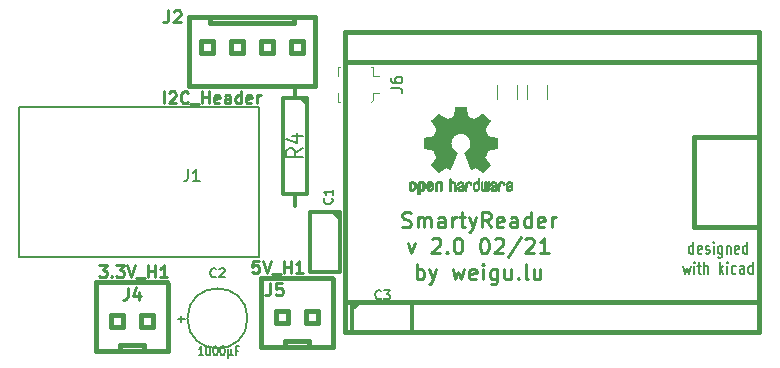
<source format=gbr>
%TF.GenerationSoftware,KiCad,Pcbnew,5.1.7-a382d34a8~87~ubuntu20.04.1*%
%TF.CreationDate,2021-02-22T15:40:43+01:00*%
%TF.ProjectId,smartyreader_ng_lora,736d6172-7479-4726-9561-6465725f6e67,rev?*%
%TF.SameCoordinates,Original*%
%TF.FileFunction,Legend,Top*%
%TF.FilePolarity,Positive*%
%FSLAX46Y46*%
G04 Gerber Fmt 4.6, Leading zero omitted, Abs format (unit mm)*
G04 Created by KiCad (PCBNEW 5.1.7-a382d34a8~87~ubuntu20.04.1) date 2021-02-22 15:40:43*
%MOMM*%
%LPD*%
G01*
G04 APERTURE LIST*
%ADD10C,0.200000*%
%ADD11C,0.250000*%
%ADD12C,0.010000*%
%ADD13C,0.304800*%
%ADD14C,0.127000*%
%ADD15C,0.120000*%
%ADD16C,0.381000*%
%ADD17C,0.150000*%
%ADD18C,0.190500*%
%ADD19C,0.203200*%
%ADD20C,0.250190*%
G04 APERTURE END LIST*
D10*
X151682714Y-125459380D02*
X151682714Y-124459380D01*
X151682714Y-125411761D02*
X151606523Y-125459380D01*
X151454142Y-125459380D01*
X151377952Y-125411761D01*
X151339857Y-125364142D01*
X151301761Y-125268904D01*
X151301761Y-124983190D01*
X151339857Y-124887952D01*
X151377952Y-124840333D01*
X151454142Y-124792714D01*
X151606523Y-124792714D01*
X151682714Y-124840333D01*
X152368428Y-125411761D02*
X152292238Y-125459380D01*
X152139857Y-125459380D01*
X152063666Y-125411761D01*
X152025571Y-125316523D01*
X152025571Y-124935571D01*
X152063666Y-124840333D01*
X152139857Y-124792714D01*
X152292238Y-124792714D01*
X152368428Y-124840333D01*
X152406523Y-124935571D01*
X152406523Y-125030809D01*
X152025571Y-125126047D01*
X152711285Y-125411761D02*
X152787476Y-125459380D01*
X152939857Y-125459380D01*
X153016047Y-125411761D01*
X153054142Y-125316523D01*
X153054142Y-125268904D01*
X153016047Y-125173666D01*
X152939857Y-125126047D01*
X152825571Y-125126047D01*
X152749380Y-125078428D01*
X152711285Y-124983190D01*
X152711285Y-124935571D01*
X152749380Y-124840333D01*
X152825571Y-124792714D01*
X152939857Y-124792714D01*
X153016047Y-124840333D01*
X153397000Y-125459380D02*
X153397000Y-124792714D01*
X153397000Y-124459380D02*
X153358904Y-124507000D01*
X153397000Y-124554619D01*
X153435095Y-124507000D01*
X153397000Y-124459380D01*
X153397000Y-124554619D01*
X154120809Y-124792714D02*
X154120809Y-125602238D01*
X154082714Y-125697476D01*
X154044619Y-125745095D01*
X153968428Y-125792714D01*
X153854142Y-125792714D01*
X153777952Y-125745095D01*
X154120809Y-125411761D02*
X154044619Y-125459380D01*
X153892238Y-125459380D01*
X153816047Y-125411761D01*
X153777952Y-125364142D01*
X153739857Y-125268904D01*
X153739857Y-124983190D01*
X153777952Y-124887952D01*
X153816047Y-124840333D01*
X153892238Y-124792714D01*
X154044619Y-124792714D01*
X154120809Y-124840333D01*
X154501761Y-124792714D02*
X154501761Y-125459380D01*
X154501761Y-124887952D02*
X154539857Y-124840333D01*
X154616047Y-124792714D01*
X154730333Y-124792714D01*
X154806523Y-124840333D01*
X154844619Y-124935571D01*
X154844619Y-125459380D01*
X155530333Y-125411761D02*
X155454142Y-125459380D01*
X155301761Y-125459380D01*
X155225571Y-125411761D01*
X155187476Y-125316523D01*
X155187476Y-124935571D01*
X155225571Y-124840333D01*
X155301761Y-124792714D01*
X155454142Y-124792714D01*
X155530333Y-124840333D01*
X155568428Y-124935571D01*
X155568428Y-125030809D01*
X155187476Y-125126047D01*
X156254142Y-125459380D02*
X156254142Y-124459380D01*
X156254142Y-125411761D02*
X156177952Y-125459380D01*
X156025571Y-125459380D01*
X155949380Y-125411761D01*
X155911285Y-125364142D01*
X155873190Y-125268904D01*
X155873190Y-124983190D01*
X155911285Y-124887952D01*
X155949380Y-124840333D01*
X156025571Y-124792714D01*
X156177952Y-124792714D01*
X156254142Y-124840333D01*
X150825571Y-126492714D02*
X150977952Y-127159380D01*
X151130333Y-126683190D01*
X151282714Y-127159380D01*
X151435095Y-126492714D01*
X151739857Y-127159380D02*
X151739857Y-126492714D01*
X151739857Y-126159380D02*
X151701761Y-126207000D01*
X151739857Y-126254619D01*
X151777952Y-126207000D01*
X151739857Y-126159380D01*
X151739857Y-126254619D01*
X152006523Y-126492714D02*
X152311285Y-126492714D01*
X152120809Y-126159380D02*
X152120809Y-127016523D01*
X152158904Y-127111761D01*
X152235095Y-127159380D01*
X152311285Y-127159380D01*
X152577952Y-127159380D02*
X152577952Y-126159380D01*
X152920809Y-127159380D02*
X152920809Y-126635571D01*
X152882714Y-126540333D01*
X152806523Y-126492714D01*
X152692238Y-126492714D01*
X152616047Y-126540333D01*
X152577952Y-126587952D01*
X153911285Y-127159380D02*
X153911285Y-126159380D01*
X153987476Y-126778428D02*
X154216047Y-127159380D01*
X154216047Y-126492714D02*
X153911285Y-126873666D01*
X154558904Y-127159380D02*
X154558904Y-126492714D01*
X154558904Y-126159380D02*
X154520809Y-126207000D01*
X154558904Y-126254619D01*
X154597000Y-126207000D01*
X154558904Y-126159380D01*
X154558904Y-126254619D01*
X155282714Y-127111761D02*
X155206523Y-127159380D01*
X155054142Y-127159380D01*
X154977952Y-127111761D01*
X154939857Y-127064142D01*
X154901761Y-126968904D01*
X154901761Y-126683190D01*
X154939857Y-126587952D01*
X154977952Y-126540333D01*
X155054142Y-126492714D01*
X155206523Y-126492714D01*
X155282714Y-126540333D01*
X155968428Y-127159380D02*
X155968428Y-126635571D01*
X155930333Y-126540333D01*
X155854142Y-126492714D01*
X155701761Y-126492714D01*
X155625571Y-126540333D01*
X155968428Y-127111761D02*
X155892238Y-127159380D01*
X155701761Y-127159380D01*
X155625571Y-127111761D01*
X155587476Y-127016523D01*
X155587476Y-126921285D01*
X155625571Y-126826047D01*
X155701761Y-126778428D01*
X155892238Y-126778428D01*
X155968428Y-126730809D01*
X156692238Y-127159380D02*
X156692238Y-126159380D01*
X156692238Y-127111761D02*
X156616047Y-127159380D01*
X156463666Y-127159380D01*
X156387476Y-127111761D01*
X156349380Y-127064142D01*
X156311285Y-126968904D01*
X156311285Y-126683190D01*
X156349380Y-126587952D01*
X156387476Y-126540333D01*
X156463666Y-126492714D01*
X156616047Y-126492714D01*
X156692238Y-126540333D01*
D11*
X127038904Y-123167190D02*
X127224619Y-123229095D01*
X127534142Y-123229095D01*
X127657952Y-123167190D01*
X127719857Y-123105285D01*
X127781761Y-122981476D01*
X127781761Y-122857666D01*
X127719857Y-122733857D01*
X127657952Y-122671952D01*
X127534142Y-122610047D01*
X127286523Y-122548142D01*
X127162714Y-122486238D01*
X127100809Y-122424333D01*
X127038904Y-122300523D01*
X127038904Y-122176714D01*
X127100809Y-122052904D01*
X127162714Y-121991000D01*
X127286523Y-121929095D01*
X127596047Y-121929095D01*
X127781761Y-121991000D01*
X128338904Y-123229095D02*
X128338904Y-122362428D01*
X128338904Y-122486238D02*
X128400809Y-122424333D01*
X128524619Y-122362428D01*
X128710333Y-122362428D01*
X128834142Y-122424333D01*
X128896047Y-122548142D01*
X128896047Y-123229095D01*
X128896047Y-122548142D02*
X128957952Y-122424333D01*
X129081761Y-122362428D01*
X129267476Y-122362428D01*
X129391285Y-122424333D01*
X129453190Y-122548142D01*
X129453190Y-123229095D01*
X130629380Y-123229095D02*
X130629380Y-122548142D01*
X130567476Y-122424333D01*
X130443666Y-122362428D01*
X130196047Y-122362428D01*
X130072238Y-122424333D01*
X130629380Y-123167190D02*
X130505571Y-123229095D01*
X130196047Y-123229095D01*
X130072238Y-123167190D01*
X130010333Y-123043380D01*
X130010333Y-122919571D01*
X130072238Y-122795761D01*
X130196047Y-122733857D01*
X130505571Y-122733857D01*
X130629380Y-122671952D01*
X131248428Y-123229095D02*
X131248428Y-122362428D01*
X131248428Y-122610047D02*
X131310333Y-122486238D01*
X131372238Y-122424333D01*
X131496047Y-122362428D01*
X131619857Y-122362428D01*
X131867476Y-122362428D02*
X132362714Y-122362428D01*
X132053190Y-121929095D02*
X132053190Y-123043380D01*
X132115095Y-123167190D01*
X132238904Y-123229095D01*
X132362714Y-123229095D01*
X132672238Y-122362428D02*
X132981761Y-123229095D01*
X133291285Y-122362428D02*
X132981761Y-123229095D01*
X132857952Y-123538619D01*
X132796047Y-123600523D01*
X132672238Y-123662428D01*
X134529380Y-123229095D02*
X134096047Y-122610047D01*
X133786523Y-123229095D02*
X133786523Y-121929095D01*
X134281761Y-121929095D01*
X134405571Y-121991000D01*
X134467476Y-122052904D01*
X134529380Y-122176714D01*
X134529380Y-122362428D01*
X134467476Y-122486238D01*
X134405571Y-122548142D01*
X134281761Y-122610047D01*
X133786523Y-122610047D01*
X135581761Y-123167190D02*
X135457952Y-123229095D01*
X135210333Y-123229095D01*
X135086523Y-123167190D01*
X135024619Y-123043380D01*
X135024619Y-122548142D01*
X135086523Y-122424333D01*
X135210333Y-122362428D01*
X135457952Y-122362428D01*
X135581761Y-122424333D01*
X135643666Y-122548142D01*
X135643666Y-122671952D01*
X135024619Y-122795761D01*
X136757952Y-123229095D02*
X136757952Y-122548142D01*
X136696047Y-122424333D01*
X136572238Y-122362428D01*
X136324619Y-122362428D01*
X136200809Y-122424333D01*
X136757952Y-123167190D02*
X136634142Y-123229095D01*
X136324619Y-123229095D01*
X136200809Y-123167190D01*
X136138904Y-123043380D01*
X136138904Y-122919571D01*
X136200809Y-122795761D01*
X136324619Y-122733857D01*
X136634142Y-122733857D01*
X136757952Y-122671952D01*
X137934142Y-123229095D02*
X137934142Y-121929095D01*
X137934142Y-123167190D02*
X137810333Y-123229095D01*
X137562714Y-123229095D01*
X137438904Y-123167190D01*
X137377000Y-123105285D01*
X137315095Y-122981476D01*
X137315095Y-122610047D01*
X137377000Y-122486238D01*
X137438904Y-122424333D01*
X137562714Y-122362428D01*
X137810333Y-122362428D01*
X137934142Y-122424333D01*
X139048428Y-123167190D02*
X138924619Y-123229095D01*
X138677000Y-123229095D01*
X138553190Y-123167190D01*
X138491285Y-123043380D01*
X138491285Y-122548142D01*
X138553190Y-122424333D01*
X138677000Y-122362428D01*
X138924619Y-122362428D01*
X139048428Y-122424333D01*
X139110333Y-122548142D01*
X139110333Y-122671952D01*
X138491285Y-122795761D01*
X139667476Y-123229095D02*
X139667476Y-122362428D01*
X139667476Y-122610047D02*
X139729380Y-122486238D01*
X139791285Y-122424333D01*
X139915095Y-122362428D01*
X140038904Y-122362428D01*
X127472238Y-124562428D02*
X127781761Y-125429095D01*
X128091285Y-124562428D01*
X129515095Y-124252904D02*
X129577000Y-124191000D01*
X129700809Y-124129095D01*
X130010333Y-124129095D01*
X130134142Y-124191000D01*
X130196047Y-124252904D01*
X130257952Y-124376714D01*
X130257952Y-124500523D01*
X130196047Y-124686238D01*
X129453190Y-125429095D01*
X130257952Y-125429095D01*
X130815095Y-125305285D02*
X130877000Y-125367190D01*
X130815095Y-125429095D01*
X130753190Y-125367190D01*
X130815095Y-125305285D01*
X130815095Y-125429095D01*
X131681761Y-124129095D02*
X131805571Y-124129095D01*
X131929380Y-124191000D01*
X131991285Y-124252904D01*
X132053190Y-124376714D01*
X132115095Y-124624333D01*
X132115095Y-124933857D01*
X132053190Y-125181476D01*
X131991285Y-125305285D01*
X131929380Y-125367190D01*
X131805571Y-125429095D01*
X131681761Y-125429095D01*
X131557952Y-125367190D01*
X131496047Y-125305285D01*
X131434142Y-125181476D01*
X131372238Y-124933857D01*
X131372238Y-124624333D01*
X131434142Y-124376714D01*
X131496047Y-124252904D01*
X131557952Y-124191000D01*
X131681761Y-124129095D01*
X133910333Y-124129095D02*
X134034142Y-124129095D01*
X134157952Y-124191000D01*
X134219857Y-124252904D01*
X134281761Y-124376714D01*
X134343666Y-124624333D01*
X134343666Y-124933857D01*
X134281761Y-125181476D01*
X134219857Y-125305285D01*
X134157952Y-125367190D01*
X134034142Y-125429095D01*
X133910333Y-125429095D01*
X133786523Y-125367190D01*
X133724619Y-125305285D01*
X133662714Y-125181476D01*
X133600809Y-124933857D01*
X133600809Y-124624333D01*
X133662714Y-124376714D01*
X133724619Y-124252904D01*
X133786523Y-124191000D01*
X133910333Y-124129095D01*
X134838904Y-124252904D02*
X134900809Y-124191000D01*
X135024619Y-124129095D01*
X135334142Y-124129095D01*
X135457952Y-124191000D01*
X135519857Y-124252904D01*
X135581761Y-124376714D01*
X135581761Y-124500523D01*
X135519857Y-124686238D01*
X134777000Y-125429095D01*
X135581761Y-125429095D01*
X137067476Y-124067190D02*
X135953190Y-125738619D01*
X137438904Y-124252904D02*
X137500809Y-124191000D01*
X137624619Y-124129095D01*
X137934142Y-124129095D01*
X138057952Y-124191000D01*
X138119857Y-124252904D01*
X138181761Y-124376714D01*
X138181761Y-124500523D01*
X138119857Y-124686238D01*
X137377000Y-125429095D01*
X138181761Y-125429095D01*
X139419857Y-125429095D02*
X138677000Y-125429095D01*
X139048428Y-125429095D02*
X139048428Y-124129095D01*
X138924619Y-124314809D01*
X138800809Y-124438619D01*
X138677000Y-124500523D01*
X128246047Y-127629095D02*
X128246047Y-126329095D01*
X128246047Y-126824333D02*
X128369857Y-126762428D01*
X128617476Y-126762428D01*
X128741285Y-126824333D01*
X128803190Y-126886238D01*
X128865095Y-127010047D01*
X128865095Y-127381476D01*
X128803190Y-127505285D01*
X128741285Y-127567190D01*
X128617476Y-127629095D01*
X128369857Y-127629095D01*
X128246047Y-127567190D01*
X129298428Y-126762428D02*
X129607952Y-127629095D01*
X129917476Y-126762428D02*
X129607952Y-127629095D01*
X129484142Y-127938619D01*
X129422238Y-128000523D01*
X129298428Y-128062428D01*
X131279380Y-126762428D02*
X131527000Y-127629095D01*
X131774619Y-127010047D01*
X132022238Y-127629095D01*
X132269857Y-126762428D01*
X133260333Y-127567190D02*
X133136523Y-127629095D01*
X132888904Y-127629095D01*
X132765095Y-127567190D01*
X132703190Y-127443380D01*
X132703190Y-126948142D01*
X132765095Y-126824333D01*
X132888904Y-126762428D01*
X133136523Y-126762428D01*
X133260333Y-126824333D01*
X133322238Y-126948142D01*
X133322238Y-127071952D01*
X132703190Y-127195761D01*
X133879380Y-127629095D02*
X133879380Y-126762428D01*
X133879380Y-126329095D02*
X133817476Y-126391000D01*
X133879380Y-126452904D01*
X133941285Y-126391000D01*
X133879380Y-126329095D01*
X133879380Y-126452904D01*
X135055571Y-126762428D02*
X135055571Y-127814809D01*
X134993666Y-127938619D01*
X134931761Y-128000523D01*
X134807952Y-128062428D01*
X134622238Y-128062428D01*
X134498428Y-128000523D01*
X135055571Y-127567190D02*
X134931761Y-127629095D01*
X134684142Y-127629095D01*
X134560333Y-127567190D01*
X134498428Y-127505285D01*
X134436523Y-127381476D01*
X134436523Y-127010047D01*
X134498428Y-126886238D01*
X134560333Y-126824333D01*
X134684142Y-126762428D01*
X134931761Y-126762428D01*
X135055571Y-126824333D01*
X136231761Y-126762428D02*
X136231761Y-127629095D01*
X135674619Y-126762428D02*
X135674619Y-127443380D01*
X135736523Y-127567190D01*
X135860333Y-127629095D01*
X136046047Y-127629095D01*
X136169857Y-127567190D01*
X136231761Y-127505285D01*
X136850809Y-127505285D02*
X136912714Y-127567190D01*
X136850809Y-127629095D01*
X136788904Y-127567190D01*
X136850809Y-127505285D01*
X136850809Y-127629095D01*
X137655571Y-127629095D02*
X137531761Y-127567190D01*
X137469857Y-127443380D01*
X137469857Y-126329095D01*
X138707952Y-126762428D02*
X138707952Y-127629095D01*
X138150809Y-126762428D02*
X138150809Y-127443380D01*
X138212714Y-127567190D01*
X138336523Y-127629095D01*
X138522238Y-127629095D01*
X138646047Y-127567190D01*
X138707952Y-127505285D01*
D12*
%TO.C,REF\u002A\u002A*%
G36*
X128721886Y-119297505D02*
G01*
X128796539Y-119334727D01*
X128862431Y-119403261D01*
X128880577Y-119428648D01*
X128900345Y-119461866D01*
X128913172Y-119497945D01*
X128920510Y-119546098D01*
X128923813Y-119615536D01*
X128924538Y-119707206D01*
X128921263Y-119832830D01*
X128909877Y-119927154D01*
X128888041Y-119997523D01*
X128853419Y-120051286D01*
X128803670Y-120095788D01*
X128800014Y-120098423D01*
X128750985Y-120125377D01*
X128691945Y-120138712D01*
X128616859Y-120142000D01*
X128494795Y-120142000D01*
X128494744Y-120260497D01*
X128493608Y-120326492D01*
X128486686Y-120365202D01*
X128468598Y-120388419D01*
X128433962Y-120407933D01*
X128425645Y-120411920D01*
X128386720Y-120430603D01*
X128356583Y-120442403D01*
X128334174Y-120443422D01*
X128318433Y-120429761D01*
X128308302Y-120397522D01*
X128302723Y-120342804D01*
X128300635Y-120261711D01*
X128300981Y-120150344D01*
X128302700Y-120004802D01*
X128303237Y-119961269D01*
X128305172Y-119811205D01*
X128306904Y-119713042D01*
X128494692Y-119713042D01*
X128495748Y-119796364D01*
X128500438Y-119850880D01*
X128511051Y-119886837D01*
X128529872Y-119914482D01*
X128542650Y-119927965D01*
X128594890Y-119967417D01*
X128641142Y-119970628D01*
X128688867Y-119938049D01*
X128690077Y-119936846D01*
X128709494Y-119911668D01*
X128721307Y-119877447D01*
X128727265Y-119824748D01*
X128729120Y-119744131D01*
X128729154Y-119726271D01*
X128724670Y-119615175D01*
X128710074Y-119538161D01*
X128683650Y-119491147D01*
X128643683Y-119470050D01*
X128620584Y-119467923D01*
X128565762Y-119477900D01*
X128528158Y-119510752D01*
X128505523Y-119570857D01*
X128495606Y-119662598D01*
X128494692Y-119713042D01*
X128306904Y-119713042D01*
X128307222Y-119695060D01*
X128309873Y-119607679D01*
X128313606Y-119543905D01*
X128318907Y-119498582D01*
X128326258Y-119466555D01*
X128336143Y-119442668D01*
X128349046Y-119421764D01*
X128354579Y-119413898D01*
X128427969Y-119339595D01*
X128520760Y-119297467D01*
X128628096Y-119285722D01*
X128721886Y-119297505D01*
G37*
X128721886Y-119297505D02*
X128796539Y-119334727D01*
X128862431Y-119403261D01*
X128880577Y-119428648D01*
X128900345Y-119461866D01*
X128913172Y-119497945D01*
X128920510Y-119546098D01*
X128923813Y-119615536D01*
X128924538Y-119707206D01*
X128921263Y-119832830D01*
X128909877Y-119927154D01*
X128888041Y-119997523D01*
X128853419Y-120051286D01*
X128803670Y-120095788D01*
X128800014Y-120098423D01*
X128750985Y-120125377D01*
X128691945Y-120138712D01*
X128616859Y-120142000D01*
X128494795Y-120142000D01*
X128494744Y-120260497D01*
X128493608Y-120326492D01*
X128486686Y-120365202D01*
X128468598Y-120388419D01*
X128433962Y-120407933D01*
X128425645Y-120411920D01*
X128386720Y-120430603D01*
X128356583Y-120442403D01*
X128334174Y-120443422D01*
X128318433Y-120429761D01*
X128308302Y-120397522D01*
X128302723Y-120342804D01*
X128300635Y-120261711D01*
X128300981Y-120150344D01*
X128302700Y-120004802D01*
X128303237Y-119961269D01*
X128305172Y-119811205D01*
X128306904Y-119713042D01*
X128494692Y-119713042D01*
X128495748Y-119796364D01*
X128500438Y-119850880D01*
X128511051Y-119886837D01*
X128529872Y-119914482D01*
X128542650Y-119927965D01*
X128594890Y-119967417D01*
X128641142Y-119970628D01*
X128688867Y-119938049D01*
X128690077Y-119936846D01*
X128709494Y-119911668D01*
X128721307Y-119877447D01*
X128727265Y-119824748D01*
X128729120Y-119744131D01*
X128729154Y-119726271D01*
X128724670Y-119615175D01*
X128710074Y-119538161D01*
X128683650Y-119491147D01*
X128643683Y-119470050D01*
X128620584Y-119467923D01*
X128565762Y-119477900D01*
X128528158Y-119510752D01*
X128505523Y-119570857D01*
X128495606Y-119662598D01*
X128494692Y-119713042D01*
X128306904Y-119713042D01*
X128307222Y-119695060D01*
X128309873Y-119607679D01*
X128313606Y-119543905D01*
X128318907Y-119498582D01*
X128326258Y-119466555D01*
X128336143Y-119442668D01*
X128349046Y-119421764D01*
X128354579Y-119413898D01*
X128427969Y-119339595D01*
X128520760Y-119297467D01*
X128628096Y-119285722D01*
X128721886Y-119297505D01*
G36*
X130224664Y-119308089D02*
G01*
X130287367Y-119344358D01*
X130330961Y-119380358D01*
X130362845Y-119418075D01*
X130384810Y-119464199D01*
X130398649Y-119525421D01*
X130406153Y-119608431D01*
X130409117Y-119719919D01*
X130409461Y-119800062D01*
X130409461Y-120095065D01*
X130243385Y-120169515D01*
X130233615Y-119846402D01*
X130229579Y-119725729D01*
X130225344Y-119638141D01*
X130220097Y-119577650D01*
X130213025Y-119538268D01*
X130203311Y-119514007D01*
X130190144Y-119498880D01*
X130185919Y-119495606D01*
X130121909Y-119470034D01*
X130057208Y-119480153D01*
X130018692Y-119507000D01*
X130003025Y-119526024D01*
X129992180Y-119550988D01*
X129985288Y-119588834D01*
X129981479Y-119646502D01*
X129979883Y-119730935D01*
X129979615Y-119818928D01*
X129979563Y-119929323D01*
X129977672Y-120007463D01*
X129971345Y-120060165D01*
X129957983Y-120094242D01*
X129934985Y-120116511D01*
X129899754Y-120133787D01*
X129852697Y-120151738D01*
X129801303Y-120171278D01*
X129807421Y-119824485D01*
X129809884Y-119699468D01*
X129812767Y-119607082D01*
X129816898Y-119540881D01*
X129823107Y-119494420D01*
X129832226Y-119461256D01*
X129845083Y-119434944D01*
X129860584Y-119411729D01*
X129935371Y-119337569D01*
X130026628Y-119294684D01*
X130125883Y-119284412D01*
X130224664Y-119308089D01*
G37*
X130224664Y-119308089D02*
X130287367Y-119344358D01*
X130330961Y-119380358D01*
X130362845Y-119418075D01*
X130384810Y-119464199D01*
X130398649Y-119525421D01*
X130406153Y-119608431D01*
X130409117Y-119719919D01*
X130409461Y-119800062D01*
X130409461Y-120095065D01*
X130243385Y-120169515D01*
X130233615Y-119846402D01*
X130229579Y-119725729D01*
X130225344Y-119638141D01*
X130220097Y-119577650D01*
X130213025Y-119538268D01*
X130203311Y-119514007D01*
X130190144Y-119498880D01*
X130185919Y-119495606D01*
X130121909Y-119470034D01*
X130057208Y-119480153D01*
X130018692Y-119507000D01*
X130003025Y-119526024D01*
X129992180Y-119550988D01*
X129985288Y-119588834D01*
X129981479Y-119646502D01*
X129979883Y-119730935D01*
X129979615Y-119818928D01*
X129979563Y-119929323D01*
X129977672Y-120007463D01*
X129971345Y-120060165D01*
X129957983Y-120094242D01*
X129934985Y-120116511D01*
X129899754Y-120133787D01*
X129852697Y-120151738D01*
X129801303Y-120171278D01*
X129807421Y-119824485D01*
X129809884Y-119699468D01*
X129812767Y-119607082D01*
X129816898Y-119540881D01*
X129823107Y-119494420D01*
X129832226Y-119461256D01*
X129845083Y-119434944D01*
X129860584Y-119411729D01*
X129935371Y-119337569D01*
X130026628Y-119294684D01*
X130125883Y-119284412D01*
X130224664Y-119308089D01*
G36*
X127969886Y-119300256D02*
G01*
X128061464Y-119348409D01*
X128129049Y-119425905D01*
X128153057Y-119475727D01*
X128171738Y-119550533D01*
X128181301Y-119645052D01*
X128182208Y-119748210D01*
X128174921Y-119848935D01*
X128159903Y-119936153D01*
X128137615Y-119998791D01*
X128130765Y-120009579D01*
X128049632Y-120090105D01*
X127953266Y-120138336D01*
X127848701Y-120152450D01*
X127742968Y-120130629D01*
X127713543Y-120117547D01*
X127656241Y-120077231D01*
X127605950Y-120023775D01*
X127601197Y-120016995D01*
X127581878Y-119984321D01*
X127569108Y-119949394D01*
X127561564Y-119903414D01*
X127557924Y-119837584D01*
X127556865Y-119743105D01*
X127556846Y-119721923D01*
X127556894Y-119715182D01*
X127752231Y-119715182D01*
X127753368Y-119804349D01*
X127757841Y-119863520D01*
X127767246Y-119901741D01*
X127783176Y-119928053D01*
X127791308Y-119936846D01*
X127838058Y-119970261D01*
X127883447Y-119968737D01*
X127929340Y-119939752D01*
X127956712Y-119908809D01*
X127972923Y-119863643D01*
X127982026Y-119792420D01*
X127982651Y-119784114D01*
X127984204Y-119655037D01*
X127967965Y-119559172D01*
X127934152Y-119497107D01*
X127882984Y-119469432D01*
X127864720Y-119467923D01*
X127816760Y-119475513D01*
X127783953Y-119501808D01*
X127763895Y-119552095D01*
X127754178Y-119631664D01*
X127752231Y-119715182D01*
X127556894Y-119715182D01*
X127557574Y-119621249D01*
X127560629Y-119550906D01*
X127567322Y-119502163D01*
X127578960Y-119466288D01*
X127596853Y-119434548D01*
X127600808Y-119428648D01*
X127667267Y-119349104D01*
X127739685Y-119302929D01*
X127827849Y-119284599D01*
X127857787Y-119283703D01*
X127969886Y-119300256D01*
G37*
X127969886Y-119300256D02*
X128061464Y-119348409D01*
X128129049Y-119425905D01*
X128153057Y-119475727D01*
X128171738Y-119550533D01*
X128181301Y-119645052D01*
X128182208Y-119748210D01*
X128174921Y-119848935D01*
X128159903Y-119936153D01*
X128137615Y-119998791D01*
X128130765Y-120009579D01*
X128049632Y-120090105D01*
X127953266Y-120138336D01*
X127848701Y-120152450D01*
X127742968Y-120130629D01*
X127713543Y-120117547D01*
X127656241Y-120077231D01*
X127605950Y-120023775D01*
X127601197Y-120016995D01*
X127581878Y-119984321D01*
X127569108Y-119949394D01*
X127561564Y-119903414D01*
X127557924Y-119837584D01*
X127556865Y-119743105D01*
X127556846Y-119721923D01*
X127556894Y-119715182D01*
X127752231Y-119715182D01*
X127753368Y-119804349D01*
X127757841Y-119863520D01*
X127767246Y-119901741D01*
X127783176Y-119928053D01*
X127791308Y-119936846D01*
X127838058Y-119970261D01*
X127883447Y-119968737D01*
X127929340Y-119939752D01*
X127956712Y-119908809D01*
X127972923Y-119863643D01*
X127982026Y-119792420D01*
X127982651Y-119784114D01*
X127984204Y-119655037D01*
X127967965Y-119559172D01*
X127934152Y-119497107D01*
X127882984Y-119469432D01*
X127864720Y-119467923D01*
X127816760Y-119475513D01*
X127783953Y-119501808D01*
X127763895Y-119552095D01*
X127754178Y-119631664D01*
X127752231Y-119715182D01*
X127556894Y-119715182D01*
X127557574Y-119621249D01*
X127560629Y-119550906D01*
X127567322Y-119502163D01*
X127578960Y-119466288D01*
X127596853Y-119434548D01*
X127600808Y-119428648D01*
X127667267Y-119349104D01*
X127739685Y-119302929D01*
X127827849Y-119284599D01*
X127857787Y-119283703D01*
X127969886Y-119300256D01*
G36*
X129487254Y-119312745D02*
G01*
X129564286Y-119364567D01*
X129623816Y-119439412D01*
X129659378Y-119534654D01*
X129666571Y-119604756D01*
X129665754Y-119634009D01*
X129658914Y-119656407D01*
X129640112Y-119676474D01*
X129603408Y-119698733D01*
X129542862Y-119727709D01*
X129452534Y-119767927D01*
X129452077Y-119768129D01*
X129368933Y-119806210D01*
X129300753Y-119840025D01*
X129254505Y-119865933D01*
X129237158Y-119880295D01*
X129237154Y-119880411D01*
X129252443Y-119911685D01*
X129288196Y-119946157D01*
X129329242Y-119970990D01*
X129350037Y-119975923D01*
X129406770Y-119958862D01*
X129455627Y-119916133D01*
X129479465Y-119869155D01*
X129502397Y-119834522D01*
X129547318Y-119795081D01*
X129600123Y-119761009D01*
X129646710Y-119742480D01*
X129656452Y-119741462D01*
X129667418Y-119758215D01*
X129668079Y-119801039D01*
X129660020Y-119858781D01*
X129644827Y-119920289D01*
X129624086Y-119974409D01*
X129623038Y-119976510D01*
X129560621Y-120063660D01*
X129479726Y-120122939D01*
X129387856Y-120152034D01*
X129292513Y-120148634D01*
X129201198Y-120110428D01*
X129197138Y-120107741D01*
X129125306Y-120042642D01*
X129078073Y-119957705D01*
X129051934Y-119846021D01*
X129048426Y-119814643D01*
X129042213Y-119666536D01*
X129049661Y-119597468D01*
X129237154Y-119597468D01*
X129239590Y-119640552D01*
X129252914Y-119653126D01*
X129286132Y-119643719D01*
X129338494Y-119621483D01*
X129397024Y-119593610D01*
X129398479Y-119592872D01*
X129448089Y-119566777D01*
X129468000Y-119549363D01*
X129463090Y-119531107D01*
X129442416Y-119507120D01*
X129389819Y-119472406D01*
X129333177Y-119469856D01*
X129282369Y-119495119D01*
X129247276Y-119543847D01*
X129237154Y-119597468D01*
X129049661Y-119597468D01*
X129054992Y-119548036D01*
X129087778Y-119454055D01*
X129133421Y-119388215D01*
X129215802Y-119321681D01*
X129306546Y-119288676D01*
X129399185Y-119286573D01*
X129487254Y-119312745D01*
G37*
X129487254Y-119312745D02*
X129564286Y-119364567D01*
X129623816Y-119439412D01*
X129659378Y-119534654D01*
X129666571Y-119604756D01*
X129665754Y-119634009D01*
X129658914Y-119656407D01*
X129640112Y-119676474D01*
X129603408Y-119698733D01*
X129542862Y-119727709D01*
X129452534Y-119767927D01*
X129452077Y-119768129D01*
X129368933Y-119806210D01*
X129300753Y-119840025D01*
X129254505Y-119865933D01*
X129237158Y-119880295D01*
X129237154Y-119880411D01*
X129252443Y-119911685D01*
X129288196Y-119946157D01*
X129329242Y-119970990D01*
X129350037Y-119975923D01*
X129406770Y-119958862D01*
X129455627Y-119916133D01*
X129479465Y-119869155D01*
X129502397Y-119834522D01*
X129547318Y-119795081D01*
X129600123Y-119761009D01*
X129646710Y-119742480D01*
X129656452Y-119741462D01*
X129667418Y-119758215D01*
X129668079Y-119801039D01*
X129660020Y-119858781D01*
X129644827Y-119920289D01*
X129624086Y-119974409D01*
X129623038Y-119976510D01*
X129560621Y-120063660D01*
X129479726Y-120122939D01*
X129387856Y-120152034D01*
X129292513Y-120148634D01*
X129201198Y-120110428D01*
X129197138Y-120107741D01*
X129125306Y-120042642D01*
X129078073Y-119957705D01*
X129051934Y-119846021D01*
X129048426Y-119814643D01*
X129042213Y-119666536D01*
X129049661Y-119597468D01*
X129237154Y-119597468D01*
X129239590Y-119640552D01*
X129252914Y-119653126D01*
X129286132Y-119643719D01*
X129338494Y-119621483D01*
X129397024Y-119593610D01*
X129398479Y-119592872D01*
X129448089Y-119566777D01*
X129468000Y-119549363D01*
X129463090Y-119531107D01*
X129442416Y-119507120D01*
X129389819Y-119472406D01*
X129333177Y-119469856D01*
X129282369Y-119495119D01*
X129247276Y-119543847D01*
X129237154Y-119597468D01*
X129049661Y-119597468D01*
X129054992Y-119548036D01*
X129087778Y-119454055D01*
X129133421Y-119388215D01*
X129215802Y-119321681D01*
X129306546Y-119288676D01*
X129399185Y-119286573D01*
X129487254Y-119312745D01*
G36*
X131112846Y-119205120D02*
G01*
X131118572Y-119284980D01*
X131125149Y-119332039D01*
X131134262Y-119352566D01*
X131147598Y-119352829D01*
X131151923Y-119350378D01*
X131209444Y-119332636D01*
X131284268Y-119333672D01*
X131360339Y-119351910D01*
X131407918Y-119375505D01*
X131456702Y-119413198D01*
X131492364Y-119455855D01*
X131516845Y-119510057D01*
X131532087Y-119582384D01*
X131540030Y-119679419D01*
X131542616Y-119807742D01*
X131542662Y-119832358D01*
X131542692Y-120108870D01*
X131481161Y-120130320D01*
X131437459Y-120144912D01*
X131413482Y-120151706D01*
X131412777Y-120151769D01*
X131410415Y-120133345D01*
X131408406Y-120082526D01*
X131406901Y-120005993D01*
X131406053Y-119910430D01*
X131405923Y-119852329D01*
X131405651Y-119737771D01*
X131404252Y-119655667D01*
X131400849Y-119599393D01*
X131394567Y-119562326D01*
X131384529Y-119537844D01*
X131369861Y-119519325D01*
X131360702Y-119510406D01*
X131297789Y-119474466D01*
X131229136Y-119471775D01*
X131166848Y-119502170D01*
X131155329Y-119513144D01*
X131138433Y-119533779D01*
X131126714Y-119558256D01*
X131119233Y-119593647D01*
X131115054Y-119647026D01*
X131113237Y-119725466D01*
X131112846Y-119833617D01*
X131112846Y-120108870D01*
X131051315Y-120130320D01*
X131007613Y-120144912D01*
X130983636Y-120151706D01*
X130982930Y-120151769D01*
X130981126Y-120133069D01*
X130979500Y-120080322D01*
X130978117Y-119998557D01*
X130977042Y-119892805D01*
X130976340Y-119768094D01*
X130976077Y-119629455D01*
X130976077Y-119094806D01*
X131103077Y-119041236D01*
X131112846Y-119205120D01*
G37*
X131112846Y-119205120D02*
X131118572Y-119284980D01*
X131125149Y-119332039D01*
X131134262Y-119352566D01*
X131147598Y-119352829D01*
X131151923Y-119350378D01*
X131209444Y-119332636D01*
X131284268Y-119333672D01*
X131360339Y-119351910D01*
X131407918Y-119375505D01*
X131456702Y-119413198D01*
X131492364Y-119455855D01*
X131516845Y-119510057D01*
X131532087Y-119582384D01*
X131540030Y-119679419D01*
X131542616Y-119807742D01*
X131542662Y-119832358D01*
X131542692Y-120108870D01*
X131481161Y-120130320D01*
X131437459Y-120144912D01*
X131413482Y-120151706D01*
X131412777Y-120151769D01*
X131410415Y-120133345D01*
X131408406Y-120082526D01*
X131406901Y-120005993D01*
X131406053Y-119910430D01*
X131405923Y-119852329D01*
X131405651Y-119737771D01*
X131404252Y-119655667D01*
X131400849Y-119599393D01*
X131394567Y-119562326D01*
X131384529Y-119537844D01*
X131369861Y-119519325D01*
X131360702Y-119510406D01*
X131297789Y-119474466D01*
X131229136Y-119471775D01*
X131166848Y-119502170D01*
X131155329Y-119513144D01*
X131138433Y-119533779D01*
X131126714Y-119558256D01*
X131119233Y-119593647D01*
X131115054Y-119647026D01*
X131113237Y-119725466D01*
X131112846Y-119833617D01*
X131112846Y-120108870D01*
X131051315Y-120130320D01*
X131007613Y-120144912D01*
X130983636Y-120151706D01*
X130982930Y-120151769D01*
X130981126Y-120133069D01*
X130979500Y-120080322D01*
X130978117Y-119998557D01*
X130977042Y-119892805D01*
X130976340Y-119768094D01*
X130976077Y-119629455D01*
X130976077Y-119094806D01*
X131103077Y-119041236D01*
X131112846Y-119205120D01*
G36*
X132006501Y-119339303D02*
G01*
X132083060Y-119367733D01*
X132083936Y-119368279D01*
X132131285Y-119403127D01*
X132166241Y-119443852D01*
X132190825Y-119496925D01*
X132207062Y-119568814D01*
X132216975Y-119665992D01*
X132222586Y-119794928D01*
X132223077Y-119813298D01*
X132230141Y-120090287D01*
X132170695Y-120121028D01*
X132127681Y-120141802D01*
X132101710Y-120151646D01*
X132100509Y-120151769D01*
X132096014Y-120133606D01*
X132092444Y-120084612D01*
X132090248Y-120013031D01*
X132089769Y-119955068D01*
X132089758Y-119861170D01*
X132085466Y-119802203D01*
X132070503Y-119774079D01*
X132038482Y-119772706D01*
X131983014Y-119793998D01*
X131899269Y-119833136D01*
X131837689Y-119865643D01*
X131806017Y-119893845D01*
X131796706Y-119924582D01*
X131796692Y-119926104D01*
X131812057Y-119979054D01*
X131857547Y-120007660D01*
X131927166Y-120011803D01*
X131977313Y-120011084D01*
X132003754Y-120025527D01*
X132020243Y-120060218D01*
X132029733Y-120104416D01*
X132016057Y-120129493D01*
X132010907Y-120133082D01*
X131962425Y-120147496D01*
X131894531Y-120149537D01*
X131824612Y-120139983D01*
X131775068Y-120122522D01*
X131706570Y-120064364D01*
X131667634Y-119983408D01*
X131659923Y-119920160D01*
X131665807Y-119863111D01*
X131687101Y-119816542D01*
X131729265Y-119775181D01*
X131797759Y-119733755D01*
X131898044Y-119686993D01*
X131904154Y-119684350D01*
X131994490Y-119642617D01*
X132050235Y-119608391D01*
X132074129Y-119577635D01*
X132068913Y-119546311D01*
X132037328Y-119510383D01*
X132027883Y-119502116D01*
X131964617Y-119470058D01*
X131899064Y-119471407D01*
X131841972Y-119502838D01*
X131804093Y-119561024D01*
X131800574Y-119572446D01*
X131766300Y-119627837D01*
X131722809Y-119654518D01*
X131659923Y-119680960D01*
X131659923Y-119612548D01*
X131679052Y-119513110D01*
X131735831Y-119421902D01*
X131765378Y-119391389D01*
X131832542Y-119352228D01*
X131917956Y-119334500D01*
X132006501Y-119339303D01*
G37*
X132006501Y-119339303D02*
X132083060Y-119367733D01*
X132083936Y-119368279D01*
X132131285Y-119403127D01*
X132166241Y-119443852D01*
X132190825Y-119496925D01*
X132207062Y-119568814D01*
X132216975Y-119665992D01*
X132222586Y-119794928D01*
X132223077Y-119813298D01*
X132230141Y-120090287D01*
X132170695Y-120121028D01*
X132127681Y-120141802D01*
X132101710Y-120151646D01*
X132100509Y-120151769D01*
X132096014Y-120133606D01*
X132092444Y-120084612D01*
X132090248Y-120013031D01*
X132089769Y-119955068D01*
X132089758Y-119861170D01*
X132085466Y-119802203D01*
X132070503Y-119774079D01*
X132038482Y-119772706D01*
X131983014Y-119793998D01*
X131899269Y-119833136D01*
X131837689Y-119865643D01*
X131806017Y-119893845D01*
X131796706Y-119924582D01*
X131796692Y-119926104D01*
X131812057Y-119979054D01*
X131857547Y-120007660D01*
X131927166Y-120011803D01*
X131977313Y-120011084D01*
X132003754Y-120025527D01*
X132020243Y-120060218D01*
X132029733Y-120104416D01*
X132016057Y-120129493D01*
X132010907Y-120133082D01*
X131962425Y-120147496D01*
X131894531Y-120149537D01*
X131824612Y-120139983D01*
X131775068Y-120122522D01*
X131706570Y-120064364D01*
X131667634Y-119983408D01*
X131659923Y-119920160D01*
X131665807Y-119863111D01*
X131687101Y-119816542D01*
X131729265Y-119775181D01*
X131797759Y-119733755D01*
X131898044Y-119686993D01*
X131904154Y-119684350D01*
X131994490Y-119642617D01*
X132050235Y-119608391D01*
X132074129Y-119577635D01*
X132068913Y-119546311D01*
X132037328Y-119510383D01*
X132027883Y-119502116D01*
X131964617Y-119470058D01*
X131899064Y-119471407D01*
X131841972Y-119502838D01*
X131804093Y-119561024D01*
X131800574Y-119572446D01*
X131766300Y-119627837D01*
X131722809Y-119654518D01*
X131659923Y-119680960D01*
X131659923Y-119612548D01*
X131679052Y-119513110D01*
X131735831Y-119421902D01*
X131765378Y-119391389D01*
X131832542Y-119352228D01*
X131917956Y-119334500D01*
X132006501Y-119339303D01*
G36*
X132666362Y-119337670D02*
G01*
X132755117Y-119370421D01*
X132827022Y-119428350D01*
X132855144Y-119469128D01*
X132885802Y-119543954D01*
X132885165Y-119598058D01*
X132852987Y-119634446D01*
X132841081Y-119640633D01*
X132789675Y-119659925D01*
X132763422Y-119654982D01*
X132754530Y-119622587D01*
X132754077Y-119604692D01*
X132737797Y-119538859D01*
X132695365Y-119492807D01*
X132636388Y-119470564D01*
X132570475Y-119476161D01*
X132516895Y-119505229D01*
X132498798Y-119521810D01*
X132485971Y-119541925D01*
X132477306Y-119572332D01*
X132471696Y-119619788D01*
X132468035Y-119691050D01*
X132465215Y-119792875D01*
X132464484Y-119825115D01*
X132461820Y-119935410D01*
X132458792Y-120013036D01*
X132454250Y-120064396D01*
X132447046Y-120095890D01*
X132436033Y-120113920D01*
X132420060Y-120124888D01*
X132409834Y-120129733D01*
X132366406Y-120146301D01*
X132340842Y-120151769D01*
X132332395Y-120133507D01*
X132327239Y-120078296D01*
X132325346Y-119985499D01*
X132326689Y-119854478D01*
X132327107Y-119834269D01*
X132330058Y-119714733D01*
X132333548Y-119627449D01*
X132338514Y-119565591D01*
X132345893Y-119522336D01*
X132356624Y-119490860D01*
X132371645Y-119464339D01*
X132379502Y-119452975D01*
X132424553Y-119402692D01*
X132474940Y-119363581D01*
X132481108Y-119360167D01*
X132571458Y-119333212D01*
X132666362Y-119337670D01*
G37*
X132666362Y-119337670D02*
X132755117Y-119370421D01*
X132827022Y-119428350D01*
X132855144Y-119469128D01*
X132885802Y-119543954D01*
X132885165Y-119598058D01*
X132852987Y-119634446D01*
X132841081Y-119640633D01*
X132789675Y-119659925D01*
X132763422Y-119654982D01*
X132754530Y-119622587D01*
X132754077Y-119604692D01*
X132737797Y-119538859D01*
X132695365Y-119492807D01*
X132636388Y-119470564D01*
X132570475Y-119476161D01*
X132516895Y-119505229D01*
X132498798Y-119521810D01*
X132485971Y-119541925D01*
X132477306Y-119572332D01*
X132471696Y-119619788D01*
X132468035Y-119691050D01*
X132465215Y-119792875D01*
X132464484Y-119825115D01*
X132461820Y-119935410D01*
X132458792Y-120013036D01*
X132454250Y-120064396D01*
X132447046Y-120095890D01*
X132436033Y-120113920D01*
X132420060Y-120124888D01*
X132409834Y-120129733D01*
X132366406Y-120146301D01*
X132340842Y-120151769D01*
X132332395Y-120133507D01*
X132327239Y-120078296D01*
X132325346Y-119985499D01*
X132326689Y-119854478D01*
X132327107Y-119834269D01*
X132330058Y-119714733D01*
X132333548Y-119627449D01*
X132338514Y-119565591D01*
X132345893Y-119522336D01*
X132356624Y-119490860D01*
X132371645Y-119464339D01*
X132379502Y-119452975D01*
X132424553Y-119402692D01*
X132474940Y-119363581D01*
X132481108Y-119360167D01*
X132571458Y-119333212D01*
X132666362Y-119337670D01*
G36*
X133555081Y-119493289D02*
G01*
X133554833Y-119639320D01*
X133553872Y-119751655D01*
X133551794Y-119835678D01*
X133548193Y-119896769D01*
X133542665Y-119940309D01*
X133534804Y-119971679D01*
X133524207Y-119996262D01*
X133516182Y-120010294D01*
X133449728Y-120086388D01*
X133365470Y-120134084D01*
X133272249Y-120151199D01*
X133178900Y-120135546D01*
X133123312Y-120107418D01*
X133064957Y-120058760D01*
X133025186Y-119999333D01*
X133001190Y-119921507D01*
X132990161Y-119817652D01*
X132988599Y-119741462D01*
X132988809Y-119735986D01*
X133125308Y-119735986D01*
X133126141Y-119823355D01*
X133129961Y-119881192D01*
X133138746Y-119919029D01*
X133154474Y-119946398D01*
X133173266Y-119967042D01*
X133236375Y-120006890D01*
X133304137Y-120010295D01*
X133368179Y-119977025D01*
X133373164Y-119972517D01*
X133394439Y-119949067D01*
X133407779Y-119921166D01*
X133415001Y-119879641D01*
X133417923Y-119815316D01*
X133418385Y-119744200D01*
X133417383Y-119654858D01*
X133413238Y-119595258D01*
X133404236Y-119556089D01*
X133388667Y-119528040D01*
X133375902Y-119513144D01*
X133316600Y-119475575D01*
X133248301Y-119471057D01*
X133183110Y-119499753D01*
X133170528Y-119510406D01*
X133149111Y-119534063D01*
X133135744Y-119562251D01*
X133128566Y-119604245D01*
X133125719Y-119669319D01*
X133125308Y-119735986D01*
X132988809Y-119735986D01*
X132993322Y-119618765D01*
X133009362Y-119526577D01*
X133039528Y-119457269D01*
X133086629Y-119403211D01*
X133123312Y-119375505D01*
X133189990Y-119345572D01*
X133267272Y-119331678D01*
X133339110Y-119335397D01*
X133379308Y-119350400D01*
X133395082Y-119354670D01*
X133405550Y-119338750D01*
X133412856Y-119296089D01*
X133418385Y-119231106D01*
X133424437Y-119158732D01*
X133432844Y-119115187D01*
X133448141Y-119090287D01*
X133474864Y-119073845D01*
X133491654Y-119066564D01*
X133555154Y-119039963D01*
X133555081Y-119493289D01*
G37*
X133555081Y-119493289D02*
X133554833Y-119639320D01*
X133553872Y-119751655D01*
X133551794Y-119835678D01*
X133548193Y-119896769D01*
X133542665Y-119940309D01*
X133534804Y-119971679D01*
X133524207Y-119996262D01*
X133516182Y-120010294D01*
X133449728Y-120086388D01*
X133365470Y-120134084D01*
X133272249Y-120151199D01*
X133178900Y-120135546D01*
X133123312Y-120107418D01*
X133064957Y-120058760D01*
X133025186Y-119999333D01*
X133001190Y-119921507D01*
X132990161Y-119817652D01*
X132988599Y-119741462D01*
X132988809Y-119735986D01*
X133125308Y-119735986D01*
X133126141Y-119823355D01*
X133129961Y-119881192D01*
X133138746Y-119919029D01*
X133154474Y-119946398D01*
X133173266Y-119967042D01*
X133236375Y-120006890D01*
X133304137Y-120010295D01*
X133368179Y-119977025D01*
X133373164Y-119972517D01*
X133394439Y-119949067D01*
X133407779Y-119921166D01*
X133415001Y-119879641D01*
X133417923Y-119815316D01*
X133418385Y-119744200D01*
X133417383Y-119654858D01*
X133413238Y-119595258D01*
X133404236Y-119556089D01*
X133388667Y-119528040D01*
X133375902Y-119513144D01*
X133316600Y-119475575D01*
X133248301Y-119471057D01*
X133183110Y-119499753D01*
X133170528Y-119510406D01*
X133149111Y-119534063D01*
X133135744Y-119562251D01*
X133128566Y-119604245D01*
X133125719Y-119669319D01*
X133125308Y-119735986D01*
X132988809Y-119735986D01*
X132993322Y-119618765D01*
X133009362Y-119526577D01*
X133039528Y-119457269D01*
X133086629Y-119403211D01*
X133123312Y-119375505D01*
X133189990Y-119345572D01*
X133267272Y-119331678D01*
X133339110Y-119335397D01*
X133379308Y-119350400D01*
X133395082Y-119354670D01*
X133405550Y-119338750D01*
X133412856Y-119296089D01*
X133418385Y-119231106D01*
X133424437Y-119158732D01*
X133432844Y-119115187D01*
X133448141Y-119090287D01*
X133474864Y-119073845D01*
X133491654Y-119066564D01*
X133555154Y-119039963D01*
X133555081Y-119493289D01*
G36*
X134348929Y-119349662D02*
G01*
X134351911Y-119401068D01*
X134354247Y-119479192D01*
X134355749Y-119577857D01*
X134356231Y-119681343D01*
X134356231Y-120031533D01*
X134294401Y-120093363D01*
X134251793Y-120131462D01*
X134214390Y-120146895D01*
X134163270Y-120145918D01*
X134142978Y-120143433D01*
X134079554Y-120136200D01*
X134027095Y-120132055D01*
X134014308Y-120131672D01*
X133971199Y-120134176D01*
X133909544Y-120140462D01*
X133885638Y-120143433D01*
X133826922Y-120148028D01*
X133787464Y-120138046D01*
X133748338Y-120107228D01*
X133734215Y-120093363D01*
X133672385Y-120031533D01*
X133672385Y-119376503D01*
X133722150Y-119353829D01*
X133765002Y-119337034D01*
X133790073Y-119331154D01*
X133796501Y-119349736D01*
X133802509Y-119401655D01*
X133807697Y-119481172D01*
X133811664Y-119582546D01*
X133813577Y-119668192D01*
X133818923Y-120005231D01*
X133865560Y-120011825D01*
X133907976Y-120007214D01*
X133928760Y-119992287D01*
X133934570Y-119964377D01*
X133939530Y-119904925D01*
X133943246Y-119821466D01*
X133945324Y-119721532D01*
X133945624Y-119670104D01*
X133945923Y-119374054D01*
X134007454Y-119352604D01*
X134051004Y-119338020D01*
X134074694Y-119331219D01*
X134075377Y-119331154D01*
X134077754Y-119349642D01*
X134080366Y-119400906D01*
X134082995Y-119478649D01*
X134085421Y-119576574D01*
X134087115Y-119668192D01*
X134092461Y-120005231D01*
X134209692Y-120005231D01*
X134215072Y-119697746D01*
X134220451Y-119390261D01*
X134277601Y-119360707D01*
X134319797Y-119340413D01*
X134344770Y-119331204D01*
X134345491Y-119331154D01*
X134348929Y-119349662D01*
G37*
X134348929Y-119349662D02*
X134351911Y-119401068D01*
X134354247Y-119479192D01*
X134355749Y-119577857D01*
X134356231Y-119681343D01*
X134356231Y-120031533D01*
X134294401Y-120093363D01*
X134251793Y-120131462D01*
X134214390Y-120146895D01*
X134163270Y-120145918D01*
X134142978Y-120143433D01*
X134079554Y-120136200D01*
X134027095Y-120132055D01*
X134014308Y-120131672D01*
X133971199Y-120134176D01*
X133909544Y-120140462D01*
X133885638Y-120143433D01*
X133826922Y-120148028D01*
X133787464Y-120138046D01*
X133748338Y-120107228D01*
X133734215Y-120093363D01*
X133672385Y-120031533D01*
X133672385Y-119376503D01*
X133722150Y-119353829D01*
X133765002Y-119337034D01*
X133790073Y-119331154D01*
X133796501Y-119349736D01*
X133802509Y-119401655D01*
X133807697Y-119481172D01*
X133811664Y-119582546D01*
X133813577Y-119668192D01*
X133818923Y-120005231D01*
X133865560Y-120011825D01*
X133907976Y-120007214D01*
X133928760Y-119992287D01*
X133934570Y-119964377D01*
X133939530Y-119904925D01*
X133943246Y-119821466D01*
X133945324Y-119721532D01*
X133945624Y-119670104D01*
X133945923Y-119374054D01*
X134007454Y-119352604D01*
X134051004Y-119338020D01*
X134074694Y-119331219D01*
X134075377Y-119331154D01*
X134077754Y-119349642D01*
X134080366Y-119400906D01*
X134082995Y-119478649D01*
X134085421Y-119576574D01*
X134087115Y-119668192D01*
X134092461Y-120005231D01*
X134209692Y-120005231D01*
X134215072Y-119697746D01*
X134220451Y-119390261D01*
X134277601Y-119360707D01*
X134319797Y-119340413D01*
X134344770Y-119331204D01*
X134345491Y-119331154D01*
X134348929Y-119349662D01*
G36*
X134840333Y-119346528D02*
G01*
X134896590Y-119372117D01*
X134940747Y-119403124D01*
X134973101Y-119437795D01*
X134995438Y-119482520D01*
X135009546Y-119543692D01*
X135017211Y-119627701D01*
X135020220Y-119740940D01*
X135020538Y-119815509D01*
X135020538Y-120106420D01*
X134970773Y-120129095D01*
X134931576Y-120145667D01*
X134912157Y-120151769D01*
X134908442Y-120133610D01*
X134905495Y-120084648D01*
X134903691Y-120013153D01*
X134903308Y-119956385D01*
X134901661Y-119874371D01*
X134897222Y-119809309D01*
X134890740Y-119769467D01*
X134885590Y-119761000D01*
X134850977Y-119769646D01*
X134796640Y-119791823D01*
X134733722Y-119821886D01*
X134673368Y-119854192D01*
X134626721Y-119883098D01*
X134604926Y-119902961D01*
X134604839Y-119903175D01*
X134606714Y-119939935D01*
X134623525Y-119975026D01*
X134653039Y-120003528D01*
X134696116Y-120013061D01*
X134732932Y-120011950D01*
X134785074Y-120011133D01*
X134812444Y-120023349D01*
X134828882Y-120055624D01*
X134830955Y-120061710D01*
X134838081Y-120107739D01*
X134819024Y-120135687D01*
X134769353Y-120149007D01*
X134715697Y-120151470D01*
X134619142Y-120133210D01*
X134569159Y-120107131D01*
X134507429Y-120045868D01*
X134474690Y-119970670D01*
X134471753Y-119891211D01*
X134499424Y-119817167D01*
X134541047Y-119770769D01*
X134582604Y-119744793D01*
X134647922Y-119711907D01*
X134724038Y-119678557D01*
X134736726Y-119673461D01*
X134820333Y-119636565D01*
X134868530Y-119604046D01*
X134884030Y-119571718D01*
X134869550Y-119535394D01*
X134844692Y-119507000D01*
X134785939Y-119472039D01*
X134721293Y-119469417D01*
X134662008Y-119496358D01*
X134619339Y-119550088D01*
X134613739Y-119563950D01*
X134581133Y-119614936D01*
X134533530Y-119652787D01*
X134473461Y-119683850D01*
X134473461Y-119595768D01*
X134476997Y-119541951D01*
X134492156Y-119499534D01*
X134525768Y-119454279D01*
X134558035Y-119419420D01*
X134608209Y-119370062D01*
X134647193Y-119343547D01*
X134689064Y-119332911D01*
X134736460Y-119331154D01*
X134840333Y-119346528D01*
G37*
X134840333Y-119346528D02*
X134896590Y-119372117D01*
X134940747Y-119403124D01*
X134973101Y-119437795D01*
X134995438Y-119482520D01*
X135009546Y-119543692D01*
X135017211Y-119627701D01*
X135020220Y-119740940D01*
X135020538Y-119815509D01*
X135020538Y-120106420D01*
X134970773Y-120129095D01*
X134931576Y-120145667D01*
X134912157Y-120151769D01*
X134908442Y-120133610D01*
X134905495Y-120084648D01*
X134903691Y-120013153D01*
X134903308Y-119956385D01*
X134901661Y-119874371D01*
X134897222Y-119809309D01*
X134890740Y-119769467D01*
X134885590Y-119761000D01*
X134850977Y-119769646D01*
X134796640Y-119791823D01*
X134733722Y-119821886D01*
X134673368Y-119854192D01*
X134626721Y-119883098D01*
X134604926Y-119902961D01*
X134604839Y-119903175D01*
X134606714Y-119939935D01*
X134623525Y-119975026D01*
X134653039Y-120003528D01*
X134696116Y-120013061D01*
X134732932Y-120011950D01*
X134785074Y-120011133D01*
X134812444Y-120023349D01*
X134828882Y-120055624D01*
X134830955Y-120061710D01*
X134838081Y-120107739D01*
X134819024Y-120135687D01*
X134769353Y-120149007D01*
X134715697Y-120151470D01*
X134619142Y-120133210D01*
X134569159Y-120107131D01*
X134507429Y-120045868D01*
X134474690Y-119970670D01*
X134471753Y-119891211D01*
X134499424Y-119817167D01*
X134541047Y-119770769D01*
X134582604Y-119744793D01*
X134647922Y-119711907D01*
X134724038Y-119678557D01*
X134736726Y-119673461D01*
X134820333Y-119636565D01*
X134868530Y-119604046D01*
X134884030Y-119571718D01*
X134869550Y-119535394D01*
X134844692Y-119507000D01*
X134785939Y-119472039D01*
X134721293Y-119469417D01*
X134662008Y-119496358D01*
X134619339Y-119550088D01*
X134613739Y-119563950D01*
X134581133Y-119614936D01*
X134533530Y-119652787D01*
X134473461Y-119683850D01*
X134473461Y-119595768D01*
X134476997Y-119541951D01*
X134492156Y-119499534D01*
X134525768Y-119454279D01*
X134558035Y-119419420D01*
X134608209Y-119370062D01*
X134647193Y-119343547D01*
X134689064Y-119332911D01*
X134736460Y-119331154D01*
X134840333Y-119346528D01*
G36*
X135523807Y-119349782D02*
G01*
X135547161Y-119359988D01*
X135602902Y-119404134D01*
X135650569Y-119467967D01*
X135680048Y-119536087D01*
X135684846Y-119569670D01*
X135668760Y-119616556D01*
X135633475Y-119641365D01*
X135595644Y-119656387D01*
X135578321Y-119659155D01*
X135569886Y-119639066D01*
X135553230Y-119595351D01*
X135545923Y-119575598D01*
X135504948Y-119507271D01*
X135445622Y-119473191D01*
X135369552Y-119474239D01*
X135363918Y-119475581D01*
X135323305Y-119494836D01*
X135293448Y-119532375D01*
X135273055Y-119592809D01*
X135260836Y-119680751D01*
X135255500Y-119800813D01*
X135255000Y-119864698D01*
X135254752Y-119965403D01*
X135253126Y-120034054D01*
X135248801Y-120077673D01*
X135240454Y-120103282D01*
X135226765Y-120117903D01*
X135206411Y-120128558D01*
X135205234Y-120129095D01*
X135166038Y-120145667D01*
X135146619Y-120151769D01*
X135143635Y-120133319D01*
X135141081Y-120082323D01*
X135139140Y-120005308D01*
X135137997Y-119908805D01*
X135137769Y-119838184D01*
X135138932Y-119701525D01*
X135143479Y-119597851D01*
X135152999Y-119521108D01*
X135169081Y-119465246D01*
X135193313Y-119424212D01*
X135227286Y-119391954D01*
X135260833Y-119369440D01*
X135341499Y-119339476D01*
X135435381Y-119332718D01*
X135523807Y-119349782D01*
G37*
X135523807Y-119349782D02*
X135547161Y-119359988D01*
X135602902Y-119404134D01*
X135650569Y-119467967D01*
X135680048Y-119536087D01*
X135684846Y-119569670D01*
X135668760Y-119616556D01*
X135633475Y-119641365D01*
X135595644Y-119656387D01*
X135578321Y-119659155D01*
X135569886Y-119639066D01*
X135553230Y-119595351D01*
X135545923Y-119575598D01*
X135504948Y-119507271D01*
X135445622Y-119473191D01*
X135369552Y-119474239D01*
X135363918Y-119475581D01*
X135323305Y-119494836D01*
X135293448Y-119532375D01*
X135273055Y-119592809D01*
X135260836Y-119680751D01*
X135255500Y-119800813D01*
X135255000Y-119864698D01*
X135254752Y-119965403D01*
X135253126Y-120034054D01*
X135248801Y-120077673D01*
X135240454Y-120103282D01*
X135226765Y-120117903D01*
X135206411Y-120128558D01*
X135205234Y-120129095D01*
X135166038Y-120145667D01*
X135146619Y-120151769D01*
X135143635Y-120133319D01*
X135141081Y-120082323D01*
X135139140Y-120005308D01*
X135137997Y-119908805D01*
X135137769Y-119838184D01*
X135138932Y-119701525D01*
X135143479Y-119597851D01*
X135152999Y-119521108D01*
X135169081Y-119465246D01*
X135193313Y-119424212D01*
X135227286Y-119391954D01*
X135260833Y-119369440D01*
X135341499Y-119339476D01*
X135435381Y-119332718D01*
X135523807Y-119349782D01*
G36*
X136198224Y-119360838D02*
G01*
X136275528Y-119411361D01*
X136312814Y-119456590D01*
X136342353Y-119538663D01*
X136344699Y-119603607D01*
X136339385Y-119690445D01*
X136139115Y-119778103D01*
X136041739Y-119822887D01*
X135978113Y-119858913D01*
X135945029Y-119890117D01*
X135939280Y-119920436D01*
X135957658Y-119953805D01*
X135977923Y-119975923D01*
X136036889Y-120011393D01*
X136101024Y-120013879D01*
X136159926Y-119986235D01*
X136203197Y-119931320D01*
X136210936Y-119911928D01*
X136248006Y-119851364D01*
X136290654Y-119825552D01*
X136349154Y-119803471D01*
X136349154Y-119887184D01*
X136343982Y-119944150D01*
X136323723Y-119992189D01*
X136281262Y-120047346D01*
X136274951Y-120054514D01*
X136227720Y-120103585D01*
X136187121Y-120129920D01*
X136136328Y-120142035D01*
X136094220Y-120146003D01*
X136018902Y-120146991D01*
X135965286Y-120134466D01*
X135931838Y-120115869D01*
X135879268Y-120074975D01*
X135842879Y-120030748D01*
X135819850Y-119975126D01*
X135807359Y-119900047D01*
X135802587Y-119797449D01*
X135802206Y-119745376D01*
X135803501Y-119682948D01*
X135921471Y-119682948D01*
X135922839Y-119716438D01*
X135926249Y-119721923D01*
X135948753Y-119714472D01*
X135997182Y-119694753D01*
X136061908Y-119666718D01*
X136075443Y-119660692D01*
X136157244Y-119619096D01*
X136202312Y-119582538D01*
X136212217Y-119548296D01*
X136188526Y-119513648D01*
X136168960Y-119498339D01*
X136098360Y-119467721D01*
X136032280Y-119472780D01*
X135976959Y-119510151D01*
X135938636Y-119576473D01*
X135926349Y-119629116D01*
X135921471Y-119682948D01*
X135803501Y-119682948D01*
X135804730Y-119623720D01*
X135814032Y-119533710D01*
X135832460Y-119468167D01*
X135862360Y-119419912D01*
X135906080Y-119381767D01*
X135925141Y-119369440D01*
X136011726Y-119337336D01*
X136106522Y-119335316D01*
X136198224Y-119360838D01*
G37*
X136198224Y-119360838D02*
X136275528Y-119411361D01*
X136312814Y-119456590D01*
X136342353Y-119538663D01*
X136344699Y-119603607D01*
X136339385Y-119690445D01*
X136139115Y-119778103D01*
X136041739Y-119822887D01*
X135978113Y-119858913D01*
X135945029Y-119890117D01*
X135939280Y-119920436D01*
X135957658Y-119953805D01*
X135977923Y-119975923D01*
X136036889Y-120011393D01*
X136101024Y-120013879D01*
X136159926Y-119986235D01*
X136203197Y-119931320D01*
X136210936Y-119911928D01*
X136248006Y-119851364D01*
X136290654Y-119825552D01*
X136349154Y-119803471D01*
X136349154Y-119887184D01*
X136343982Y-119944150D01*
X136323723Y-119992189D01*
X136281262Y-120047346D01*
X136274951Y-120054514D01*
X136227720Y-120103585D01*
X136187121Y-120129920D01*
X136136328Y-120142035D01*
X136094220Y-120146003D01*
X136018902Y-120146991D01*
X135965286Y-120134466D01*
X135931838Y-120115869D01*
X135879268Y-120074975D01*
X135842879Y-120030748D01*
X135819850Y-119975126D01*
X135807359Y-119900047D01*
X135802587Y-119797449D01*
X135802206Y-119745376D01*
X135803501Y-119682948D01*
X135921471Y-119682948D01*
X135922839Y-119716438D01*
X135926249Y-119721923D01*
X135948753Y-119714472D01*
X135997182Y-119694753D01*
X136061908Y-119666718D01*
X136075443Y-119660692D01*
X136157244Y-119619096D01*
X136202312Y-119582538D01*
X136212217Y-119548296D01*
X136188526Y-119513648D01*
X136168960Y-119498339D01*
X136098360Y-119467721D01*
X136032280Y-119472780D01*
X135976959Y-119510151D01*
X135938636Y-119576473D01*
X135926349Y-119629116D01*
X135921471Y-119682948D01*
X135803501Y-119682948D01*
X135804730Y-119623720D01*
X135814032Y-119533710D01*
X135832460Y-119468167D01*
X135862360Y-119419912D01*
X135906080Y-119381767D01*
X135925141Y-119369440D01*
X136011726Y-119337336D01*
X136106522Y-119335316D01*
X136198224Y-119360838D01*
G36*
X132092878Y-113000776D02*
G01*
X132198612Y-113001355D01*
X132275132Y-113002922D01*
X132327372Y-113005972D01*
X132360263Y-113010996D01*
X132378737Y-113018489D01*
X132387727Y-113028944D01*
X132392163Y-113042853D01*
X132392594Y-113044654D01*
X132399333Y-113077145D01*
X132411808Y-113141252D01*
X132428719Y-113230151D01*
X132448771Y-113337019D01*
X132470664Y-113455033D01*
X132471429Y-113459178D01*
X132493359Y-113574831D01*
X132513877Y-113677014D01*
X132531659Y-113759598D01*
X132545381Y-113816456D01*
X132553718Y-113841458D01*
X132554116Y-113841901D01*
X132578677Y-113854110D01*
X132629315Y-113874456D01*
X132695095Y-113898545D01*
X132695461Y-113898674D01*
X132778317Y-113929818D01*
X132876000Y-113969491D01*
X132968077Y-114009381D01*
X132972434Y-114011353D01*
X133122407Y-114079420D01*
X133454498Y-113852639D01*
X133556374Y-113783504D01*
X133648657Y-113721697D01*
X133726003Y-113670733D01*
X133783064Y-113634127D01*
X133814495Y-113615394D01*
X133817479Y-113614004D01*
X133840321Y-113620190D01*
X133882982Y-113650035D01*
X133947128Y-113704947D01*
X134034421Y-113786334D01*
X134123535Y-113872922D01*
X134209441Y-113958247D01*
X134286327Y-114036108D01*
X134349564Y-114101697D01*
X134394523Y-114150205D01*
X134416576Y-114176825D01*
X134417396Y-114178195D01*
X134419834Y-114196463D01*
X134410650Y-114226295D01*
X134387574Y-114271721D01*
X134348337Y-114336770D01*
X134290670Y-114425470D01*
X134213795Y-114539657D01*
X134145570Y-114640162D01*
X134084582Y-114730303D01*
X134034356Y-114804849D01*
X133998416Y-114858565D01*
X133980287Y-114886218D01*
X133979146Y-114888095D01*
X133981359Y-114914590D01*
X133998138Y-114966086D01*
X134026142Y-115032851D01*
X134036122Y-115054172D01*
X134079672Y-115149159D01*
X134126134Y-115256937D01*
X134163877Y-115350192D01*
X134191073Y-115419406D01*
X134212675Y-115472006D01*
X134225158Y-115499497D01*
X134226709Y-115501616D01*
X134249668Y-115505124D01*
X134303786Y-115514738D01*
X134381868Y-115529089D01*
X134476719Y-115546807D01*
X134581143Y-115566525D01*
X134687944Y-115586874D01*
X134789926Y-115606486D01*
X134879894Y-115623991D01*
X134950653Y-115638022D01*
X134995006Y-115647209D01*
X135005885Y-115649807D01*
X135017122Y-115656218D01*
X135025605Y-115670697D01*
X135031714Y-115698133D01*
X135035832Y-115743411D01*
X135038341Y-115811420D01*
X135039621Y-115907047D01*
X135040054Y-116035180D01*
X135040077Y-116087701D01*
X135040077Y-116514845D01*
X134937500Y-116535091D01*
X134880431Y-116546070D01*
X134795269Y-116562095D01*
X134692372Y-116581233D01*
X134582096Y-116601551D01*
X134551615Y-116607132D01*
X134449855Y-116626917D01*
X134361205Y-116646373D01*
X134293108Y-116663697D01*
X134253004Y-116677088D01*
X134246323Y-116681079D01*
X134229919Y-116709342D01*
X134206399Y-116764109D01*
X134180316Y-116834588D01*
X134175142Y-116849769D01*
X134140956Y-116943896D01*
X134098523Y-117050101D01*
X134056997Y-117145473D01*
X134056792Y-117145916D01*
X133987640Y-117295525D01*
X134442512Y-117964617D01*
X134150500Y-118257116D01*
X134062180Y-118344170D01*
X133981625Y-118420909D01*
X133913360Y-118483237D01*
X133861908Y-118527056D01*
X133831794Y-118548270D01*
X133827474Y-118549616D01*
X133802111Y-118539016D01*
X133750358Y-118509547D01*
X133677868Y-118464705D01*
X133590294Y-118407984D01*
X133495612Y-118344462D01*
X133399516Y-118279668D01*
X133313837Y-118223287D01*
X133244016Y-118178788D01*
X133195494Y-118149639D01*
X133173782Y-118139308D01*
X133147293Y-118148050D01*
X133097062Y-118171087D01*
X133033451Y-118203631D01*
X133026708Y-118207249D01*
X132941046Y-118250210D01*
X132882306Y-118271279D01*
X132845772Y-118271503D01*
X132826731Y-118251928D01*
X132826620Y-118251654D01*
X132817102Y-118228472D01*
X132794403Y-118173441D01*
X132760282Y-118090822D01*
X132716500Y-117984872D01*
X132664816Y-117859852D01*
X132606992Y-117720020D01*
X132550991Y-117584637D01*
X132489447Y-117435234D01*
X132432939Y-117296832D01*
X132383161Y-117173673D01*
X132341806Y-117070002D01*
X132310568Y-116990059D01*
X132291141Y-116938088D01*
X132285154Y-116918692D01*
X132300168Y-116896443D01*
X132339439Y-116860982D01*
X132391807Y-116821887D01*
X132540941Y-116698245D01*
X132657511Y-116556522D01*
X132740118Y-116399704D01*
X132787366Y-116230775D01*
X132797857Y-116052722D01*
X132790231Y-115970539D01*
X132748682Y-115800031D01*
X132677123Y-115649459D01*
X132579995Y-115520309D01*
X132461734Y-115414064D01*
X132326780Y-115332210D01*
X132179571Y-115276232D01*
X132024544Y-115247615D01*
X131866139Y-115247844D01*
X131708794Y-115278405D01*
X131556946Y-115340782D01*
X131415035Y-115436460D01*
X131355803Y-115490572D01*
X131242203Y-115629520D01*
X131163106Y-115781361D01*
X131117986Y-115941667D01*
X131106316Y-116106012D01*
X131127569Y-116269971D01*
X131181220Y-116429118D01*
X131266740Y-116579025D01*
X131383605Y-116715267D01*
X131514193Y-116821887D01*
X131568588Y-116862642D01*
X131607014Y-116897718D01*
X131620846Y-116918726D01*
X131613603Y-116941635D01*
X131593005Y-116996365D01*
X131560746Y-117078672D01*
X131518521Y-117184315D01*
X131468023Y-117309050D01*
X131410948Y-117448636D01*
X131354854Y-117584670D01*
X131292967Y-117734201D01*
X131235644Y-117872767D01*
X131184644Y-117996107D01*
X131141727Y-118099964D01*
X131108653Y-118180080D01*
X131087181Y-118232195D01*
X131079225Y-118251654D01*
X131060429Y-118271423D01*
X131024074Y-118271365D01*
X130965479Y-118250441D01*
X130879968Y-118207613D01*
X130879292Y-118207249D01*
X130814907Y-118174012D01*
X130762861Y-118149802D01*
X130733512Y-118139404D01*
X130732217Y-118139308D01*
X130710124Y-118149855D01*
X130661348Y-118179184D01*
X130591331Y-118223827D01*
X130505514Y-118280314D01*
X130410388Y-118344462D01*
X130313540Y-118409411D01*
X130226253Y-118465896D01*
X130154181Y-118510421D01*
X130102977Y-118539490D01*
X130078526Y-118549616D01*
X130056010Y-118536307D01*
X130010742Y-118499112D01*
X129947244Y-118442128D01*
X129870039Y-118369449D01*
X129783651Y-118285171D01*
X129755399Y-118257016D01*
X129463287Y-117964416D01*
X129685631Y-117638104D01*
X129753202Y-117537897D01*
X129812507Y-117447963D01*
X129860217Y-117373510D01*
X129893007Y-117319751D01*
X129907548Y-117291894D01*
X129907974Y-117289912D01*
X129900308Y-117263655D01*
X129879689Y-117210837D01*
X129849685Y-117140310D01*
X129828625Y-117093093D01*
X129789248Y-117002694D01*
X129752165Y-116911366D01*
X129723415Y-116834200D01*
X129715605Y-116810692D01*
X129693417Y-116747916D01*
X129671727Y-116699411D01*
X129659813Y-116681079D01*
X129633523Y-116669859D01*
X129576142Y-116653954D01*
X129495118Y-116635167D01*
X129397895Y-116615299D01*
X129354385Y-116607132D01*
X129243896Y-116586829D01*
X129137916Y-116567170D01*
X129046801Y-116550088D01*
X128980908Y-116537518D01*
X128968500Y-116535091D01*
X128865923Y-116514845D01*
X128865923Y-116087701D01*
X128866153Y-115947246D01*
X128867099Y-115840979D01*
X128869141Y-115764013D01*
X128872662Y-115711460D01*
X128878043Y-115678433D01*
X128885666Y-115660045D01*
X128895912Y-115651408D01*
X128900115Y-115649807D01*
X128925470Y-115644127D01*
X128981484Y-115632795D01*
X129060964Y-115617179D01*
X129156712Y-115598647D01*
X129261533Y-115578569D01*
X129368232Y-115558312D01*
X129469613Y-115539246D01*
X129558479Y-115522739D01*
X129627637Y-115510159D01*
X129669889Y-115502875D01*
X129679290Y-115501616D01*
X129687807Y-115484763D01*
X129706660Y-115439870D01*
X129732324Y-115375430D01*
X129742123Y-115350192D01*
X129781648Y-115252686D01*
X129828192Y-115144959D01*
X129869877Y-115054172D01*
X129900550Y-114984753D01*
X129920956Y-114927710D01*
X129927768Y-114892777D01*
X129926682Y-114888095D01*
X129912285Y-114865991D01*
X129879412Y-114816831D01*
X129831590Y-114745848D01*
X129772348Y-114658278D01*
X129705215Y-114559357D01*
X129691941Y-114539830D01*
X129614046Y-114424140D01*
X129556787Y-114336044D01*
X129517881Y-114271486D01*
X129495044Y-114226411D01*
X129485994Y-114196763D01*
X129488448Y-114178485D01*
X129488511Y-114178369D01*
X129507827Y-114154361D01*
X129550551Y-114107947D01*
X129612051Y-114043937D01*
X129687698Y-113967145D01*
X129772861Y-113882382D01*
X129782465Y-113872922D01*
X129889790Y-113768989D01*
X129972615Y-113692675D01*
X130032605Y-113642571D01*
X130071423Y-113617270D01*
X130088520Y-113614004D01*
X130113473Y-113628250D01*
X130165255Y-113661156D01*
X130238520Y-113709208D01*
X130327920Y-113768890D01*
X130428111Y-113836688D01*
X130451501Y-113852639D01*
X130783593Y-114079420D01*
X130933565Y-114011353D01*
X131024770Y-113971685D01*
X131122669Y-113931791D01*
X131206831Y-113899983D01*
X131210538Y-113898674D01*
X131276369Y-113874576D01*
X131327116Y-113854200D01*
X131351842Y-113841936D01*
X131351884Y-113841901D01*
X131359729Y-113819734D01*
X131373066Y-113765217D01*
X131390570Y-113684480D01*
X131410917Y-113583650D01*
X131432782Y-113468856D01*
X131434571Y-113459178D01*
X131456504Y-113340904D01*
X131476640Y-113233542D01*
X131493680Y-113143917D01*
X131506328Y-113078851D01*
X131513284Y-113045168D01*
X131513406Y-113044654D01*
X131517639Y-113030325D01*
X131525871Y-113019507D01*
X131543033Y-113011706D01*
X131574058Y-113006429D01*
X131623878Y-113003182D01*
X131697424Y-113001472D01*
X131799629Y-113000807D01*
X131935425Y-113000693D01*
X131953000Y-113000692D01*
X132092878Y-113000776D01*
G37*
X132092878Y-113000776D02*
X132198612Y-113001355D01*
X132275132Y-113002922D01*
X132327372Y-113005972D01*
X132360263Y-113010996D01*
X132378737Y-113018489D01*
X132387727Y-113028944D01*
X132392163Y-113042853D01*
X132392594Y-113044654D01*
X132399333Y-113077145D01*
X132411808Y-113141252D01*
X132428719Y-113230151D01*
X132448771Y-113337019D01*
X132470664Y-113455033D01*
X132471429Y-113459178D01*
X132493359Y-113574831D01*
X132513877Y-113677014D01*
X132531659Y-113759598D01*
X132545381Y-113816456D01*
X132553718Y-113841458D01*
X132554116Y-113841901D01*
X132578677Y-113854110D01*
X132629315Y-113874456D01*
X132695095Y-113898545D01*
X132695461Y-113898674D01*
X132778317Y-113929818D01*
X132876000Y-113969491D01*
X132968077Y-114009381D01*
X132972434Y-114011353D01*
X133122407Y-114079420D01*
X133454498Y-113852639D01*
X133556374Y-113783504D01*
X133648657Y-113721697D01*
X133726003Y-113670733D01*
X133783064Y-113634127D01*
X133814495Y-113615394D01*
X133817479Y-113614004D01*
X133840321Y-113620190D01*
X133882982Y-113650035D01*
X133947128Y-113704947D01*
X134034421Y-113786334D01*
X134123535Y-113872922D01*
X134209441Y-113958247D01*
X134286327Y-114036108D01*
X134349564Y-114101697D01*
X134394523Y-114150205D01*
X134416576Y-114176825D01*
X134417396Y-114178195D01*
X134419834Y-114196463D01*
X134410650Y-114226295D01*
X134387574Y-114271721D01*
X134348337Y-114336770D01*
X134290670Y-114425470D01*
X134213795Y-114539657D01*
X134145570Y-114640162D01*
X134084582Y-114730303D01*
X134034356Y-114804849D01*
X133998416Y-114858565D01*
X133980287Y-114886218D01*
X133979146Y-114888095D01*
X133981359Y-114914590D01*
X133998138Y-114966086D01*
X134026142Y-115032851D01*
X134036122Y-115054172D01*
X134079672Y-115149159D01*
X134126134Y-115256937D01*
X134163877Y-115350192D01*
X134191073Y-115419406D01*
X134212675Y-115472006D01*
X134225158Y-115499497D01*
X134226709Y-115501616D01*
X134249668Y-115505124D01*
X134303786Y-115514738D01*
X134381868Y-115529089D01*
X134476719Y-115546807D01*
X134581143Y-115566525D01*
X134687944Y-115586874D01*
X134789926Y-115606486D01*
X134879894Y-115623991D01*
X134950653Y-115638022D01*
X134995006Y-115647209D01*
X135005885Y-115649807D01*
X135017122Y-115656218D01*
X135025605Y-115670697D01*
X135031714Y-115698133D01*
X135035832Y-115743411D01*
X135038341Y-115811420D01*
X135039621Y-115907047D01*
X135040054Y-116035180D01*
X135040077Y-116087701D01*
X135040077Y-116514845D01*
X134937500Y-116535091D01*
X134880431Y-116546070D01*
X134795269Y-116562095D01*
X134692372Y-116581233D01*
X134582096Y-116601551D01*
X134551615Y-116607132D01*
X134449855Y-116626917D01*
X134361205Y-116646373D01*
X134293108Y-116663697D01*
X134253004Y-116677088D01*
X134246323Y-116681079D01*
X134229919Y-116709342D01*
X134206399Y-116764109D01*
X134180316Y-116834588D01*
X134175142Y-116849769D01*
X134140956Y-116943896D01*
X134098523Y-117050101D01*
X134056997Y-117145473D01*
X134056792Y-117145916D01*
X133987640Y-117295525D01*
X134442512Y-117964617D01*
X134150500Y-118257116D01*
X134062180Y-118344170D01*
X133981625Y-118420909D01*
X133913360Y-118483237D01*
X133861908Y-118527056D01*
X133831794Y-118548270D01*
X133827474Y-118549616D01*
X133802111Y-118539016D01*
X133750358Y-118509547D01*
X133677868Y-118464705D01*
X133590294Y-118407984D01*
X133495612Y-118344462D01*
X133399516Y-118279668D01*
X133313837Y-118223287D01*
X133244016Y-118178788D01*
X133195494Y-118149639D01*
X133173782Y-118139308D01*
X133147293Y-118148050D01*
X133097062Y-118171087D01*
X133033451Y-118203631D01*
X133026708Y-118207249D01*
X132941046Y-118250210D01*
X132882306Y-118271279D01*
X132845772Y-118271503D01*
X132826731Y-118251928D01*
X132826620Y-118251654D01*
X132817102Y-118228472D01*
X132794403Y-118173441D01*
X132760282Y-118090822D01*
X132716500Y-117984872D01*
X132664816Y-117859852D01*
X132606992Y-117720020D01*
X132550991Y-117584637D01*
X132489447Y-117435234D01*
X132432939Y-117296832D01*
X132383161Y-117173673D01*
X132341806Y-117070002D01*
X132310568Y-116990059D01*
X132291141Y-116938088D01*
X132285154Y-116918692D01*
X132300168Y-116896443D01*
X132339439Y-116860982D01*
X132391807Y-116821887D01*
X132540941Y-116698245D01*
X132657511Y-116556522D01*
X132740118Y-116399704D01*
X132787366Y-116230775D01*
X132797857Y-116052722D01*
X132790231Y-115970539D01*
X132748682Y-115800031D01*
X132677123Y-115649459D01*
X132579995Y-115520309D01*
X132461734Y-115414064D01*
X132326780Y-115332210D01*
X132179571Y-115276232D01*
X132024544Y-115247615D01*
X131866139Y-115247844D01*
X131708794Y-115278405D01*
X131556946Y-115340782D01*
X131415035Y-115436460D01*
X131355803Y-115490572D01*
X131242203Y-115629520D01*
X131163106Y-115781361D01*
X131117986Y-115941667D01*
X131106316Y-116106012D01*
X131127569Y-116269971D01*
X131181220Y-116429118D01*
X131266740Y-116579025D01*
X131383605Y-116715267D01*
X131514193Y-116821887D01*
X131568588Y-116862642D01*
X131607014Y-116897718D01*
X131620846Y-116918726D01*
X131613603Y-116941635D01*
X131593005Y-116996365D01*
X131560746Y-117078672D01*
X131518521Y-117184315D01*
X131468023Y-117309050D01*
X131410948Y-117448636D01*
X131354854Y-117584670D01*
X131292967Y-117734201D01*
X131235644Y-117872767D01*
X131184644Y-117996107D01*
X131141727Y-118099964D01*
X131108653Y-118180080D01*
X131087181Y-118232195D01*
X131079225Y-118251654D01*
X131060429Y-118271423D01*
X131024074Y-118271365D01*
X130965479Y-118250441D01*
X130879968Y-118207613D01*
X130879292Y-118207249D01*
X130814907Y-118174012D01*
X130762861Y-118149802D01*
X130733512Y-118139404D01*
X130732217Y-118139308D01*
X130710124Y-118149855D01*
X130661348Y-118179184D01*
X130591331Y-118223827D01*
X130505514Y-118280314D01*
X130410388Y-118344462D01*
X130313540Y-118409411D01*
X130226253Y-118465896D01*
X130154181Y-118510421D01*
X130102977Y-118539490D01*
X130078526Y-118549616D01*
X130056010Y-118536307D01*
X130010742Y-118499112D01*
X129947244Y-118442128D01*
X129870039Y-118369449D01*
X129783651Y-118285171D01*
X129755399Y-118257016D01*
X129463287Y-117964416D01*
X129685631Y-117638104D01*
X129753202Y-117537897D01*
X129812507Y-117447963D01*
X129860217Y-117373510D01*
X129893007Y-117319751D01*
X129907548Y-117291894D01*
X129907974Y-117289912D01*
X129900308Y-117263655D01*
X129879689Y-117210837D01*
X129849685Y-117140310D01*
X129828625Y-117093093D01*
X129789248Y-117002694D01*
X129752165Y-116911366D01*
X129723415Y-116834200D01*
X129715605Y-116810692D01*
X129693417Y-116747916D01*
X129671727Y-116699411D01*
X129659813Y-116681079D01*
X129633523Y-116669859D01*
X129576142Y-116653954D01*
X129495118Y-116635167D01*
X129397895Y-116615299D01*
X129354385Y-116607132D01*
X129243896Y-116586829D01*
X129137916Y-116567170D01*
X129046801Y-116550088D01*
X128980908Y-116537518D01*
X128968500Y-116535091D01*
X128865923Y-116514845D01*
X128865923Y-116087701D01*
X128866153Y-115947246D01*
X128867099Y-115840979D01*
X128869141Y-115764013D01*
X128872662Y-115711460D01*
X128878043Y-115678433D01*
X128885666Y-115660045D01*
X128895912Y-115651408D01*
X128900115Y-115649807D01*
X128925470Y-115644127D01*
X128981484Y-115632795D01*
X129060964Y-115617179D01*
X129156712Y-115598647D01*
X129261533Y-115578569D01*
X129368232Y-115558312D01*
X129469613Y-115539246D01*
X129558479Y-115522739D01*
X129627637Y-115510159D01*
X129669889Y-115502875D01*
X129679290Y-115501616D01*
X129687807Y-115484763D01*
X129706660Y-115439870D01*
X129732324Y-115375430D01*
X129742123Y-115350192D01*
X129781648Y-115252686D01*
X129828192Y-115144959D01*
X129869877Y-115054172D01*
X129900550Y-114984753D01*
X129920956Y-114927710D01*
X129927768Y-114892777D01*
X129926682Y-114888095D01*
X129912285Y-114865991D01*
X129879412Y-114816831D01*
X129831590Y-114745848D01*
X129772348Y-114658278D01*
X129705215Y-114559357D01*
X129691941Y-114539830D01*
X129614046Y-114424140D01*
X129556787Y-114336044D01*
X129517881Y-114271486D01*
X129495044Y-114226411D01*
X129485994Y-114196763D01*
X129488448Y-114178485D01*
X129488511Y-114178369D01*
X129507827Y-114154361D01*
X129550551Y-114107947D01*
X129612051Y-114043937D01*
X129687698Y-113967145D01*
X129772861Y-113882382D01*
X129782465Y-113872922D01*
X129889790Y-113768989D01*
X129972615Y-113692675D01*
X130032605Y-113642571D01*
X130071423Y-113617270D01*
X130088520Y-113614004D01*
X130113473Y-113628250D01*
X130165255Y-113661156D01*
X130238520Y-113709208D01*
X130327920Y-113768890D01*
X130428111Y-113836688D01*
X130451501Y-113852639D01*
X130783593Y-114079420D01*
X130933565Y-114011353D01*
X131024770Y-113971685D01*
X131122669Y-113931791D01*
X131206831Y-113899983D01*
X131210538Y-113898674D01*
X131276369Y-113874576D01*
X131327116Y-113854200D01*
X131351842Y-113841936D01*
X131351884Y-113841901D01*
X131359729Y-113819734D01*
X131373066Y-113765217D01*
X131390570Y-113684480D01*
X131410917Y-113583650D01*
X131432782Y-113468856D01*
X131434571Y-113459178D01*
X131456504Y-113340904D01*
X131476640Y-113233542D01*
X131493680Y-113143917D01*
X131506328Y-113078851D01*
X131513284Y-113045168D01*
X131513406Y-113044654D01*
X131517639Y-113030325D01*
X131525871Y-113019507D01*
X131543033Y-113011706D01*
X131574058Y-113006429D01*
X131623878Y-113003182D01*
X131697424Y-113001472D01*
X131799629Y-113000807D01*
X131935425Y-113000693D01*
X131953000Y-113000692D01*
X132092878Y-113000776D01*
D13*
%TO.C,C3*%
X122809000Y-130175000D02*
X123444000Y-129540000D01*
X122809000Y-132080000D02*
X122809000Y-129540000D01*
X127889000Y-132080000D02*
X122809000Y-132080000D01*
X127889000Y-129540000D02*
X127889000Y-132080000D01*
X122859800Y-129540000D02*
X127889000Y-129540000D01*
%TO.C,C1*%
X121158000Y-121920000D02*
X121793000Y-122555000D01*
X119253000Y-121920000D02*
X121793000Y-121920000D01*
X119253000Y-127000000D02*
X119253000Y-121920000D01*
X121793000Y-127000000D02*
X119253000Y-127000000D01*
X121793000Y-121970800D02*
X121793000Y-127000000D01*
D14*
%TO.C,C2*%
X113922173Y-130937000D02*
G75*
G03*
X113922173Y-130937000I-2543173J0D01*
G01*
D13*
%TO.C,R4*%
X117983000Y-121412000D02*
X117983000Y-120396000D01*
X118491000Y-112268000D02*
X118999000Y-112776000D01*
X116967000Y-112268000D02*
X117983000Y-112268000D01*
X116967000Y-120396000D02*
X116967000Y-112268000D01*
X118999000Y-120396000D02*
X116967000Y-120396000D01*
X118999000Y-112268000D02*
X118999000Y-120396000D01*
X117983000Y-112268000D02*
X118999000Y-112268000D01*
X117983000Y-111252000D02*
X117983000Y-112268000D01*
D15*
%TO.C,J6*%
X124587000Y-110425000D02*
X125087000Y-110425000D01*
X124587000Y-111825000D02*
X125087000Y-111825000D01*
X124587000Y-111825000D02*
X124587000Y-112425000D01*
X124587000Y-112425000D02*
X124387000Y-112625000D01*
X124387000Y-109625000D02*
X124587000Y-109625000D01*
X124587000Y-109625000D02*
X124587000Y-110425000D01*
X121587000Y-110425000D02*
X121587000Y-109625000D01*
X121587000Y-109625000D02*
X121787000Y-109625000D01*
X121787000Y-112625000D02*
X121587000Y-112625000D01*
X121587000Y-112625000D02*
X121587000Y-111825000D01*
D16*
%TO.C,W1*%
X157210000Y-109220000D02*
X122190000Y-109220000D01*
X157210000Y-129540000D02*
X122190000Y-129540000D01*
X157210000Y-132080000D02*
X122200000Y-132080000D01*
X122174000Y-132080000D02*
X122174000Y-106680000D01*
X122190000Y-106680000D02*
X157210000Y-106680000D01*
X157226000Y-106680000D02*
X157226000Y-132080000D01*
X157099000Y-115570000D02*
X151859000Y-115570000D01*
X151765000Y-115570000D02*
X151765000Y-123190000D01*
X151859000Y-123190000D02*
X157099000Y-123190000D01*
%TO.C,J2*%
X110998000Y-108458000D02*
X110998000Y-107442000D01*
X110998000Y-107442000D02*
X109982000Y-107442000D01*
X109982000Y-107442000D02*
X109982000Y-108458000D01*
X109982000Y-108458000D02*
X110998000Y-108458000D01*
X113538000Y-108458000D02*
X113538000Y-107442000D01*
X113538000Y-107442000D02*
X112522000Y-107442000D01*
X112522000Y-107442000D02*
X112522000Y-108458000D01*
X112522000Y-108458000D02*
X113538000Y-108458000D01*
X116078000Y-108458000D02*
X115062000Y-108458000D01*
X115062000Y-108458000D02*
X115062000Y-107442000D01*
X115062000Y-107442000D02*
X116078000Y-107442000D01*
X116078000Y-108458000D02*
X116078000Y-107442000D01*
X118618000Y-108458000D02*
X118618000Y-107442000D01*
X118618000Y-107442000D02*
X117602000Y-107442000D01*
X117602000Y-107442000D02*
X117602000Y-108458000D01*
X117602000Y-108458000D02*
X118618000Y-108458000D01*
X117856000Y-105410000D02*
X117856000Y-105918000D01*
X117856000Y-105918000D02*
X110744000Y-105918000D01*
X110744000Y-105918000D02*
X110744000Y-105410000D01*
X108966000Y-110744000D02*
X108966000Y-105410000D01*
X108966000Y-105410000D02*
X119634000Y-105410000D01*
X119634000Y-105410000D02*
X119634000Y-111252000D01*
X119634000Y-111252000D02*
X108966000Y-111252000D01*
X108966000Y-111252000D02*
X108966000Y-110744000D01*
%TO.C,J4*%
X104902000Y-130683000D02*
X105918000Y-130683000D01*
X105918000Y-130683000D02*
X105918000Y-131699000D01*
X105918000Y-131699000D02*
X104902000Y-131699000D01*
X104902000Y-130683000D02*
X104902000Y-131699000D01*
X102362000Y-130683000D02*
X102362000Y-131699000D01*
X102362000Y-131699000D02*
X103378000Y-131699000D01*
X103378000Y-131699000D02*
X103378000Y-130683000D01*
X103378000Y-130683000D02*
X102362000Y-130683000D01*
X103124000Y-133731000D02*
X103124000Y-133223000D01*
X103124000Y-133223000D02*
X105140000Y-133223000D01*
X105156000Y-133223000D02*
X105156000Y-133731000D01*
X107188000Y-127991000D02*
X107188000Y-133731000D01*
X107140000Y-133731000D02*
X101140000Y-133731000D01*
X101092000Y-133731000D02*
X101092000Y-127889000D01*
X101140000Y-127889000D02*
X107140000Y-127889000D01*
%TO.C,J5*%
X115110000Y-127508000D02*
X121110000Y-127508000D01*
X115062000Y-133350000D02*
X115062000Y-127508000D01*
X121110000Y-133350000D02*
X115110000Y-133350000D01*
X121158000Y-127610000D02*
X121158000Y-133350000D01*
X119126000Y-132842000D02*
X119126000Y-133350000D01*
X117094000Y-132842000D02*
X119110000Y-132842000D01*
X117094000Y-133350000D02*
X117094000Y-132842000D01*
X117348000Y-130302000D02*
X116332000Y-130302000D01*
X117348000Y-131318000D02*
X117348000Y-130302000D01*
X116332000Y-131318000D02*
X117348000Y-131318000D01*
X116332000Y-130302000D02*
X116332000Y-131318000D01*
X118872000Y-130302000D02*
X118872000Y-131318000D01*
X119888000Y-131318000D02*
X118872000Y-131318000D01*
X119888000Y-130302000D02*
X119888000Y-131318000D01*
X118872000Y-130302000D02*
X119888000Y-130302000D01*
D15*
%TO.C,R5*%
X139310000Y-111160000D02*
X139310000Y-112360000D01*
X137550000Y-112360000D02*
X137550000Y-111160000D01*
%TO.C,R6*%
X136770000Y-111160000D02*
X136770000Y-112360000D01*
X135010000Y-112360000D02*
X135010000Y-111160000D01*
D17*
%TO.C,J1*%
X94615000Y-125730000D02*
X94615000Y-113665000D01*
X114935000Y-125730000D02*
X94615000Y-125730000D01*
X114935000Y-113030000D02*
X114935000Y-125730000D01*
X94615000Y-113030000D02*
X94615000Y-113665000D01*
X114935000Y-113030000D02*
X94615000Y-113030000D01*
%TO.C,C3*%
D14*
X125222423Y-129239735D02*
X125186258Y-129275900D01*
X125077764Y-129312065D01*
X125005434Y-129312065D01*
X124896940Y-129275900D01*
X124824610Y-129203570D01*
X124788446Y-129131241D01*
X124752281Y-128986582D01*
X124752281Y-128878088D01*
X124788446Y-128733429D01*
X124824610Y-128661099D01*
X124896940Y-128588770D01*
X125005434Y-128552605D01*
X125077764Y-128552605D01*
X125186258Y-128588770D01*
X125222423Y-128624934D01*
X125475576Y-128552605D02*
X125945718Y-128552605D01*
X125692565Y-128841923D01*
X125801059Y-128841923D01*
X125873389Y-128878088D01*
X125909553Y-128914252D01*
X125945718Y-128986582D01*
X125945718Y-129167406D01*
X125909553Y-129239735D01*
X125873389Y-129275900D01*
X125801059Y-129312065D01*
X125584070Y-129312065D01*
X125511741Y-129275900D01*
X125475576Y-129239735D01*
%TO.C,C1*%
X121048235Y-120776576D02*
X121084400Y-120812741D01*
X121120565Y-120921235D01*
X121120565Y-120993565D01*
X121084400Y-121102059D01*
X121012070Y-121174389D01*
X120939741Y-121210553D01*
X120795082Y-121246718D01*
X120686588Y-121246718D01*
X120541929Y-121210553D01*
X120469599Y-121174389D01*
X120397270Y-121102059D01*
X120361105Y-120993565D01*
X120361105Y-120921235D01*
X120397270Y-120812741D01*
X120433434Y-120776576D01*
X121120565Y-120053281D02*
X121120565Y-120487258D01*
X121120565Y-120270270D02*
X120361105Y-120270270D01*
X120469599Y-120342599D01*
X120541929Y-120414929D01*
X120578093Y-120487258D01*
%TO.C,C2*%
X111252000Y-127399142D02*
X111215714Y-127435428D01*
X111106857Y-127471714D01*
X111034285Y-127471714D01*
X110925428Y-127435428D01*
X110852857Y-127362857D01*
X110816571Y-127290285D01*
X110780285Y-127145142D01*
X110780285Y-127036285D01*
X110816571Y-126891142D01*
X110852857Y-126818571D01*
X110925428Y-126746000D01*
X111034285Y-126709714D01*
X111106857Y-126709714D01*
X111215714Y-126746000D01*
X111252000Y-126782285D01*
X111542285Y-126782285D02*
X111578571Y-126746000D01*
X111651142Y-126709714D01*
X111832571Y-126709714D01*
X111905142Y-126746000D01*
X111941428Y-126782285D01*
X111977714Y-126854857D01*
X111977714Y-126927428D01*
X111941428Y-127036285D01*
X111506000Y-127471714D01*
X111977714Y-127471714D01*
X110175523Y-134075714D02*
X109812666Y-134075714D01*
X109994095Y-134075714D02*
X109994095Y-133313714D01*
X109933619Y-133422571D01*
X109873142Y-133495142D01*
X109812666Y-133531428D01*
X110568619Y-133313714D02*
X110629095Y-133313714D01*
X110689571Y-133350000D01*
X110719809Y-133386285D01*
X110750047Y-133458857D01*
X110780285Y-133604000D01*
X110780285Y-133785428D01*
X110750047Y-133930571D01*
X110719809Y-134003142D01*
X110689571Y-134039428D01*
X110629095Y-134075714D01*
X110568619Y-134075714D01*
X110508142Y-134039428D01*
X110477904Y-134003142D01*
X110447666Y-133930571D01*
X110417428Y-133785428D01*
X110417428Y-133604000D01*
X110447666Y-133458857D01*
X110477904Y-133386285D01*
X110508142Y-133350000D01*
X110568619Y-133313714D01*
X111173380Y-133313714D02*
X111233857Y-133313714D01*
X111294333Y-133350000D01*
X111324571Y-133386285D01*
X111354809Y-133458857D01*
X111385047Y-133604000D01*
X111385047Y-133785428D01*
X111354809Y-133930571D01*
X111324571Y-134003142D01*
X111294333Y-134039428D01*
X111233857Y-134075714D01*
X111173380Y-134075714D01*
X111112904Y-134039428D01*
X111082666Y-134003142D01*
X111052428Y-133930571D01*
X111022190Y-133785428D01*
X111022190Y-133604000D01*
X111052428Y-133458857D01*
X111082666Y-133386285D01*
X111112904Y-133350000D01*
X111173380Y-133313714D01*
X111778142Y-133313714D02*
X111838619Y-133313714D01*
X111899095Y-133350000D01*
X111929333Y-133386285D01*
X111959571Y-133458857D01*
X111989809Y-133604000D01*
X111989809Y-133785428D01*
X111959571Y-133930571D01*
X111929333Y-134003142D01*
X111899095Y-134039428D01*
X111838619Y-134075714D01*
X111778142Y-134075714D01*
X111717666Y-134039428D01*
X111687428Y-134003142D01*
X111657190Y-133930571D01*
X111626952Y-133785428D01*
X111626952Y-133604000D01*
X111657190Y-133458857D01*
X111687428Y-133386285D01*
X111717666Y-133350000D01*
X111778142Y-133313714D01*
X112261952Y-133567714D02*
X112261952Y-134329714D01*
X112564333Y-133966857D02*
X112594571Y-134039428D01*
X112655047Y-134075714D01*
X112261952Y-133966857D02*
X112292190Y-134039428D01*
X112352666Y-134075714D01*
X112473619Y-134075714D01*
X112534095Y-134039428D01*
X112564333Y-133966857D01*
X112564333Y-133567714D01*
X113138857Y-133676571D02*
X112927190Y-133676571D01*
X112927190Y-134075714D02*
X112927190Y-133313714D01*
X113229571Y-133313714D01*
D18*
X108040714Y-130991428D02*
X108621285Y-130991428D01*
X108331000Y-131281714D02*
X108331000Y-130701142D01*
%TO.C,R4*%
D19*
X118614976Y-116543666D02*
X117949738Y-116967000D01*
X118614976Y-117269380D02*
X117217976Y-117269380D01*
X117217976Y-116785571D01*
X117284500Y-116664619D01*
X117351023Y-116604142D01*
X117484071Y-116543666D01*
X117683642Y-116543666D01*
X117816690Y-116604142D01*
X117883214Y-116664619D01*
X117949738Y-116785571D01*
X117949738Y-117269380D01*
X117683642Y-115455095D02*
X118614976Y-115455095D01*
X117151452Y-115757476D02*
X118149309Y-116059857D01*
X118149309Y-115273666D01*
%TO.C,J6*%
D17*
X126039380Y-111458333D02*
X126753666Y-111458333D01*
X126896523Y-111505952D01*
X126991761Y-111601190D01*
X127039380Y-111744047D01*
X127039380Y-111839285D01*
X126039380Y-110553571D02*
X126039380Y-110744047D01*
X126087000Y-110839285D01*
X126134619Y-110886904D01*
X126277476Y-110982142D01*
X126467952Y-111029761D01*
X126848904Y-111029761D01*
X126944142Y-110982142D01*
X126991761Y-110934523D01*
X127039380Y-110839285D01*
X127039380Y-110648809D01*
X126991761Y-110553571D01*
X126944142Y-110505952D01*
X126848904Y-110458333D01*
X126610809Y-110458333D01*
X126515571Y-110505952D01*
X126467952Y-110553571D01*
X126420333Y-110648809D01*
X126420333Y-110839285D01*
X126467952Y-110934523D01*
X126515571Y-110982142D01*
X126610809Y-111029761D01*
%TO.C,J2*%
D20*
X107206626Y-104861964D02*
X107206626Y-105576793D01*
X107154859Y-105719759D01*
X107051323Y-105815069D01*
X106896020Y-105862724D01*
X106792485Y-105862724D01*
X107672535Y-104957275D02*
X107724302Y-104909620D01*
X107827838Y-104861964D01*
X108086676Y-104861964D01*
X108190211Y-104909620D01*
X108241979Y-104957275D01*
X108293746Y-105052585D01*
X108293746Y-105147896D01*
X108241979Y-105290861D01*
X107620767Y-105862724D01*
X108293746Y-105862724D01*
X106855380Y-112720724D02*
X106855380Y-111719964D01*
X107290809Y-111815275D02*
X107339190Y-111767620D01*
X107435952Y-111719964D01*
X107677857Y-111719964D01*
X107774619Y-111767620D01*
X107823000Y-111815275D01*
X107871380Y-111910585D01*
X107871380Y-112005896D01*
X107823000Y-112148861D01*
X107242428Y-112720724D01*
X107871380Y-112720724D01*
X108887380Y-112625414D02*
X108839000Y-112673069D01*
X108693857Y-112720724D01*
X108597095Y-112720724D01*
X108451952Y-112673069D01*
X108355190Y-112577759D01*
X108306809Y-112482448D01*
X108258428Y-112291827D01*
X108258428Y-112148861D01*
X108306809Y-111958240D01*
X108355190Y-111862930D01*
X108451952Y-111767620D01*
X108597095Y-111719964D01*
X108693857Y-111719964D01*
X108839000Y-111767620D01*
X108887380Y-111815275D01*
X109080904Y-112816035D02*
X109855000Y-112816035D01*
X110096904Y-112720724D02*
X110096904Y-111719964D01*
X110096904Y-112196517D02*
X110677476Y-112196517D01*
X110677476Y-112720724D02*
X110677476Y-111719964D01*
X111548333Y-112673069D02*
X111451571Y-112720724D01*
X111258047Y-112720724D01*
X111161285Y-112673069D01*
X111112904Y-112577759D01*
X111112904Y-112196517D01*
X111161285Y-112101206D01*
X111258047Y-112053551D01*
X111451571Y-112053551D01*
X111548333Y-112101206D01*
X111596714Y-112196517D01*
X111596714Y-112291827D01*
X111112904Y-112387138D01*
X112467571Y-112720724D02*
X112467571Y-112196517D01*
X112419190Y-112101206D01*
X112322428Y-112053551D01*
X112128904Y-112053551D01*
X112032142Y-112101206D01*
X112467571Y-112673069D02*
X112370809Y-112720724D01*
X112128904Y-112720724D01*
X112032142Y-112673069D01*
X111983761Y-112577759D01*
X111983761Y-112482448D01*
X112032142Y-112387138D01*
X112128904Y-112339482D01*
X112370809Y-112339482D01*
X112467571Y-112291827D01*
X113386809Y-112720724D02*
X113386809Y-111719964D01*
X113386809Y-112673069D02*
X113290047Y-112720724D01*
X113096523Y-112720724D01*
X112999761Y-112673069D01*
X112951380Y-112625414D01*
X112903000Y-112530103D01*
X112903000Y-112244172D01*
X112951380Y-112148861D01*
X112999761Y-112101206D01*
X113096523Y-112053551D01*
X113290047Y-112053551D01*
X113386809Y-112101206D01*
X114257666Y-112673069D02*
X114160904Y-112720724D01*
X113967380Y-112720724D01*
X113870619Y-112673069D01*
X113822238Y-112577759D01*
X113822238Y-112196517D01*
X113870619Y-112101206D01*
X113967380Y-112053551D01*
X114160904Y-112053551D01*
X114257666Y-112101206D01*
X114306047Y-112196517D01*
X114306047Y-112291827D01*
X113822238Y-112387138D01*
X114741476Y-112720724D02*
X114741476Y-112053551D01*
X114741476Y-112244172D02*
X114789857Y-112148861D01*
X114838238Y-112101206D01*
X114935000Y-112053551D01*
X115031761Y-112053551D01*
%TO.C,J4*%
X103777626Y-128356964D02*
X103777626Y-129071793D01*
X103725859Y-129214759D01*
X103622323Y-129310069D01*
X103467020Y-129357724D01*
X103363485Y-129357724D01*
X104761211Y-128690551D02*
X104761211Y-129357724D01*
X104502373Y-128309309D02*
X104243535Y-129024138D01*
X104916514Y-129024138D01*
X101364142Y-126451964D02*
X101993095Y-126451964D01*
X101654428Y-126833206D01*
X101799571Y-126833206D01*
X101896333Y-126880861D01*
X101944714Y-126928517D01*
X101993095Y-127023827D01*
X101993095Y-127262103D01*
X101944714Y-127357414D01*
X101896333Y-127405069D01*
X101799571Y-127452724D01*
X101509285Y-127452724D01*
X101412523Y-127405069D01*
X101364142Y-127357414D01*
X102428523Y-127357414D02*
X102476904Y-127405069D01*
X102428523Y-127452724D01*
X102380142Y-127405069D01*
X102428523Y-127357414D01*
X102428523Y-127452724D01*
X102815571Y-126451964D02*
X103444523Y-126451964D01*
X103105857Y-126833206D01*
X103251000Y-126833206D01*
X103347761Y-126880861D01*
X103396142Y-126928517D01*
X103444523Y-127023827D01*
X103444523Y-127262103D01*
X103396142Y-127357414D01*
X103347761Y-127405069D01*
X103251000Y-127452724D01*
X102960714Y-127452724D01*
X102863952Y-127405069D01*
X102815571Y-127357414D01*
X103734809Y-126451964D02*
X104073476Y-127452724D01*
X104412142Y-126451964D01*
X104508904Y-127548035D02*
X105283000Y-127548035D01*
X105524904Y-127452724D02*
X105524904Y-126451964D01*
X105524904Y-126928517D02*
X106105476Y-126928517D01*
X106105476Y-127452724D02*
X106105476Y-126451964D01*
X107121476Y-127452724D02*
X106540904Y-127452724D01*
X106831190Y-127452724D02*
X106831190Y-126451964D01*
X106734428Y-126594930D01*
X106637666Y-126690240D01*
X106540904Y-126737896D01*
%TO.C,J5*%
X115842626Y-127975964D02*
X115842626Y-128690793D01*
X115790859Y-128833759D01*
X115687323Y-128929069D01*
X115532020Y-128976724D01*
X115428485Y-128976724D01*
X116877979Y-127975964D02*
X116360302Y-127975964D01*
X116308535Y-128452517D01*
X116360302Y-128404861D01*
X116463838Y-128357206D01*
X116722676Y-128357206D01*
X116826211Y-128404861D01*
X116877979Y-128452517D01*
X116929746Y-128547827D01*
X116929746Y-128786103D01*
X116877979Y-128881414D01*
X116826211Y-128929069D01*
X116722676Y-128976724D01*
X116463838Y-128976724D01*
X116360302Y-128929069D01*
X116308535Y-128881414D01*
X114862428Y-126070964D02*
X114378619Y-126070964D01*
X114330238Y-126547517D01*
X114378619Y-126499861D01*
X114475380Y-126452206D01*
X114717285Y-126452206D01*
X114814047Y-126499861D01*
X114862428Y-126547517D01*
X114910809Y-126642827D01*
X114910809Y-126881103D01*
X114862428Y-126976414D01*
X114814047Y-127024069D01*
X114717285Y-127071724D01*
X114475380Y-127071724D01*
X114378619Y-127024069D01*
X114330238Y-126976414D01*
X115201095Y-126070964D02*
X115539761Y-127071724D01*
X115878428Y-126070964D01*
X115975190Y-127167035D02*
X116749285Y-127167035D01*
X116991190Y-127071724D02*
X116991190Y-126070964D01*
X116991190Y-126547517D02*
X117571761Y-126547517D01*
X117571761Y-127071724D02*
X117571761Y-126070964D01*
X118587761Y-127071724D02*
X118007190Y-127071724D01*
X118297476Y-127071724D02*
X118297476Y-126070964D01*
X118200714Y-126213930D01*
X118103952Y-126309240D01*
X118007190Y-126356896D01*
%TO.C,J1*%
D17*
X108886666Y-118324380D02*
X108886666Y-119038666D01*
X108839047Y-119181523D01*
X108743809Y-119276761D01*
X108600952Y-119324380D01*
X108505714Y-119324380D01*
X109886666Y-119324380D02*
X109315238Y-119324380D01*
X109600952Y-119324380D02*
X109600952Y-118324380D01*
X109505714Y-118467238D01*
X109410476Y-118562476D01*
X109315238Y-118610095D01*
%TD*%
M02*

</source>
